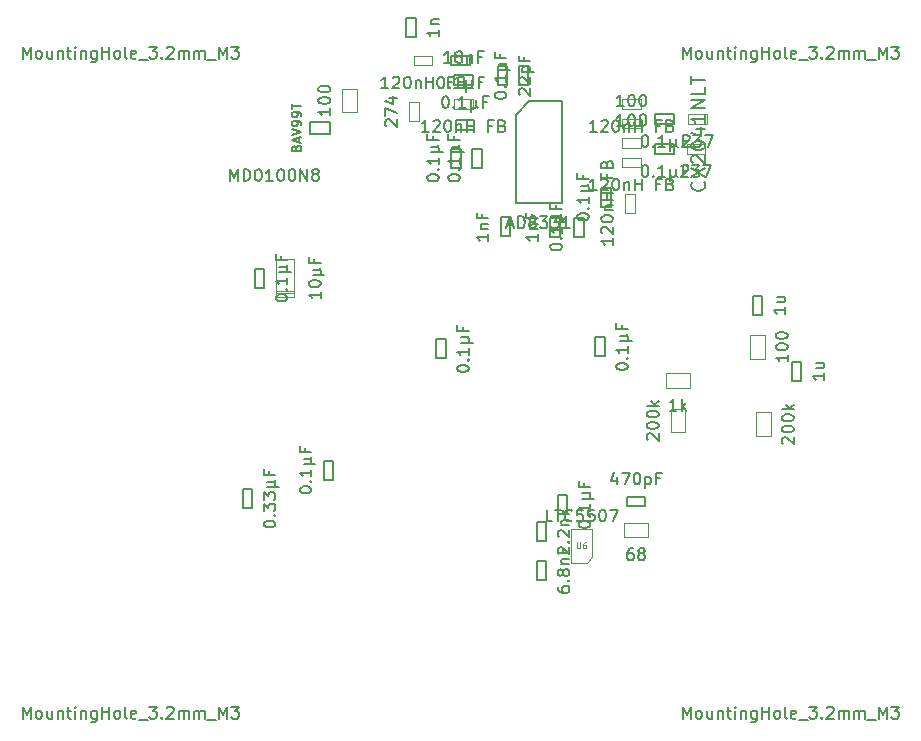
<source format=gbr>
G04 #@! TF.FileFunction,Other,Fab,Top*
%FSLAX46Y46*%
G04 Gerber Fmt 4.6, Leading zero omitted, Abs format (unit mm)*
G04 Created by KiCad (PCBNEW 4.0.6) date Friday, June 16, 2017 'PMt' 04:10:38 PM*
%MOMM*%
%LPD*%
G01*
G04 APERTURE LIST*
%ADD10C,0.100000*%
%ADD11C,0.150000*%
%ADD12C,0.120000*%
%ADD13C,0.075000*%
G04 APERTURE END LIST*
D10*
X136032000Y-61804000D02*
X137282000Y-61804000D01*
X136032000Y-63804000D02*
X136032000Y-61804000D01*
X137282000Y-63804000D02*
X136032000Y-63804000D01*
X137282000Y-61804000D02*
X137282000Y-63804000D01*
D11*
X142259000Y-57442000D02*
X141459000Y-57442000D01*
X142259000Y-55842000D02*
X142259000Y-57442000D01*
X141459000Y-55842000D02*
X142259000Y-55842000D01*
X141459000Y-57442000D02*
X141459000Y-55842000D01*
X134962000Y-64661000D02*
X134962000Y-65641000D01*
X134962000Y-65641000D02*
X133262000Y-65641000D01*
X133262000Y-65641000D02*
X133262000Y-64661000D01*
X133262000Y-64661000D02*
X134962000Y-64661000D01*
X129432000Y-78651000D02*
X128632000Y-78651000D01*
X129432000Y-77051000D02*
X129432000Y-78651000D01*
X128632000Y-77051000D02*
X129432000Y-77051000D01*
X128632000Y-78651000D02*
X128632000Y-77051000D01*
X128416000Y-97320000D02*
X127616000Y-97320000D01*
X128416000Y-95720000D02*
X128416000Y-97320000D01*
X127616000Y-95720000D02*
X128416000Y-95720000D01*
X127616000Y-97320000D02*
X127616000Y-95720000D01*
X134474000Y-93307000D02*
X135274000Y-93307000D01*
X134474000Y-94907000D02*
X134474000Y-93307000D01*
X135274000Y-94907000D02*
X134474000Y-94907000D01*
X135274000Y-93307000D02*
X135274000Y-94907000D01*
X144799000Y-84632000D02*
X143999000Y-84632000D01*
X144799000Y-83032000D02*
X144799000Y-84632000D01*
X143999000Y-83032000D02*
X144799000Y-83032000D01*
X143999000Y-84632000D02*
X143999000Y-83032000D01*
X158261000Y-84481000D02*
X157461000Y-84481000D01*
X158261000Y-82881000D02*
X158261000Y-84481000D01*
X157461000Y-82881000D02*
X158261000Y-82881000D01*
X157461000Y-84481000D02*
X157461000Y-82881000D01*
X174898000Y-86525000D02*
X174098000Y-86525000D01*
X174898000Y-84925000D02*
X174898000Y-86525000D01*
X174098000Y-84925000D02*
X174898000Y-84925000D01*
X174098000Y-86525000D02*
X174098000Y-84925000D01*
X171596000Y-80937000D02*
X170796000Y-80937000D01*
X171596000Y-79337000D02*
X171596000Y-80937000D01*
X170796000Y-79337000D02*
X171596000Y-79337000D01*
X170796000Y-80937000D02*
X170796000Y-79337000D01*
X147231000Y-64497000D02*
X147231000Y-65297000D01*
X145631000Y-64497000D02*
X147231000Y-64497000D01*
X145631000Y-65297000D02*
X145631000Y-64497000D01*
X147231000Y-65297000D02*
X145631000Y-65297000D01*
X162534000Y-64789000D02*
X162534000Y-63989000D01*
X164134000Y-64789000D02*
X162534000Y-64789000D01*
X164134000Y-63989000D02*
X164134000Y-64789000D01*
X162534000Y-63989000D02*
X164134000Y-63989000D01*
X145269000Y-66891000D02*
X146069000Y-66891000D01*
X145269000Y-68491000D02*
X145269000Y-66891000D01*
X146069000Y-68491000D02*
X145269000Y-68491000D01*
X146069000Y-66891000D02*
X146069000Y-68491000D01*
X147047000Y-66891000D02*
X147847000Y-66891000D01*
X147047000Y-68491000D02*
X147047000Y-66891000D01*
X147847000Y-68491000D02*
X147047000Y-68491000D01*
X147847000Y-66891000D02*
X147847000Y-68491000D01*
X162534000Y-67329000D02*
X162534000Y-66529000D01*
X164134000Y-67329000D02*
X162534000Y-67329000D01*
X164134000Y-66529000D02*
X164134000Y-67329000D01*
X162534000Y-66529000D02*
X164134000Y-66529000D01*
X157969000Y-70193000D02*
X158769000Y-70193000D01*
X157969000Y-71793000D02*
X157969000Y-70193000D01*
X158769000Y-71793000D02*
X157969000Y-71793000D01*
X158769000Y-70193000D02*
X158769000Y-71793000D01*
X155683000Y-72745000D02*
X156483000Y-72745000D01*
X155683000Y-74345000D02*
X155683000Y-72745000D01*
X156483000Y-74345000D02*
X155683000Y-74345000D01*
X156483000Y-72745000D02*
X156483000Y-74345000D01*
X149460000Y-72721000D02*
X150260000Y-72721000D01*
X149460000Y-74321000D02*
X149460000Y-72721000D01*
X150260000Y-74321000D02*
X149460000Y-74321000D01*
X150260000Y-72721000D02*
X150260000Y-74321000D01*
X153651000Y-72733000D02*
X154451000Y-72733000D01*
X153651000Y-74333000D02*
X153651000Y-72733000D01*
X154451000Y-74333000D02*
X153651000Y-74333000D01*
X154451000Y-72733000D02*
X154451000Y-74333000D01*
X153308000Y-103404000D02*
X152508000Y-103404000D01*
X153308000Y-101804000D02*
X153308000Y-103404000D01*
X152508000Y-101804000D02*
X153308000Y-101804000D01*
X152508000Y-103404000D02*
X152508000Y-101804000D01*
X153308000Y-100114000D02*
X152508000Y-100114000D01*
X153308000Y-98514000D02*
X153308000Y-100114000D01*
X152508000Y-98514000D02*
X153308000Y-98514000D01*
X152508000Y-100114000D02*
X152508000Y-98514000D01*
X161709000Y-96374000D02*
X161709000Y-97174000D01*
X160109000Y-96374000D02*
X161709000Y-96374000D01*
X160109000Y-97174000D02*
X160109000Y-96374000D01*
X161709000Y-97174000D02*
X160109000Y-97174000D01*
X155086000Y-97840000D02*
X154286000Y-97840000D01*
X155086000Y-96240000D02*
X155086000Y-97840000D01*
X154286000Y-96240000D02*
X155086000Y-96240000D01*
X154286000Y-97840000D02*
X154286000Y-96240000D01*
X147104000Y-60687000D02*
X147104000Y-61487000D01*
X145504000Y-60687000D02*
X147104000Y-60687000D01*
X145504000Y-61487000D02*
X145504000Y-60687000D01*
X147104000Y-61487000D02*
X145504000Y-61487000D01*
X145250000Y-59836000D02*
X145250000Y-59036000D01*
X146850000Y-59836000D02*
X145250000Y-59836000D01*
X146850000Y-59036000D02*
X146850000Y-59836000D01*
X145250000Y-59036000D02*
X146850000Y-59036000D01*
X150984000Y-59906000D02*
X151784000Y-59906000D01*
X150984000Y-61506000D02*
X150984000Y-59906000D01*
X151784000Y-61506000D02*
X150984000Y-61506000D01*
X151784000Y-59906000D02*
X151784000Y-61506000D01*
X150006000Y-61506000D02*
X149206000Y-61506000D01*
X150006000Y-59906000D02*
X150006000Y-61506000D01*
X149206000Y-59906000D02*
X150006000Y-59906000D01*
X149206000Y-61506000D02*
X149206000Y-59906000D01*
D10*
X142075000Y-59836000D02*
X142075000Y-59036000D01*
X143675000Y-59836000D02*
X142075000Y-59836000D01*
X143675000Y-59036000D02*
X143675000Y-59836000D01*
X142075000Y-59036000D02*
X143675000Y-59036000D01*
X145504000Y-63519000D02*
X145504000Y-62719000D01*
X147104000Y-63519000D02*
X145504000Y-63519000D01*
X147104000Y-62719000D02*
X147104000Y-63519000D01*
X145504000Y-62719000D02*
X147104000Y-62719000D01*
X159728000Y-63519000D02*
X159728000Y-62719000D01*
X161328000Y-63519000D02*
X159728000Y-63519000D01*
X161328000Y-62719000D02*
X161328000Y-63519000D01*
X159728000Y-62719000D02*
X161328000Y-62719000D01*
X159728000Y-68472000D02*
X159728000Y-67672000D01*
X161328000Y-68472000D02*
X159728000Y-68472000D01*
X161328000Y-67672000D02*
X161328000Y-68472000D01*
X159728000Y-67672000D02*
X161328000Y-67672000D01*
X160001000Y-70701000D02*
X160801000Y-70701000D01*
X160001000Y-72301000D02*
X160001000Y-70701000D01*
X160801000Y-72301000D02*
X160001000Y-72301000D01*
X160801000Y-70701000D02*
X160801000Y-72301000D01*
X163450038Y-87156340D02*
X163450038Y-85906340D01*
X165450038Y-87156340D02*
X163450038Y-87156340D01*
X165450038Y-85906340D02*
X165450038Y-87156340D01*
X163450038Y-85906340D02*
X165450038Y-85906340D01*
X163840000Y-88916000D02*
X165090000Y-88916000D01*
X163840000Y-90916000D02*
X163840000Y-88916000D01*
X165090000Y-90916000D02*
X163840000Y-90916000D01*
X165090000Y-88916000D02*
X165090000Y-90916000D01*
X171821000Y-84671340D02*
X170571000Y-84671340D01*
X171821000Y-82671340D02*
X171821000Y-84671340D01*
X170571000Y-82671340D02*
X171821000Y-82671340D01*
X170571000Y-84671340D02*
X170571000Y-82671340D01*
X165304000Y-64789000D02*
X165304000Y-63989000D01*
X166904000Y-64789000D02*
X165304000Y-64789000D01*
X166904000Y-63989000D02*
X166904000Y-64789000D01*
X165304000Y-63989000D02*
X166904000Y-63989000D01*
X172329000Y-91231000D02*
X171079000Y-91231000D01*
X172329000Y-89231000D02*
X172329000Y-91231000D01*
X171079000Y-89231000D02*
X172329000Y-89231000D01*
X171079000Y-91231000D02*
X171079000Y-89231000D01*
X161328000Y-64370000D02*
X161328000Y-65170000D01*
X159728000Y-64370000D02*
X161328000Y-64370000D01*
X159728000Y-65170000D02*
X159728000Y-64370000D01*
X161328000Y-65170000D02*
X159728000Y-65170000D01*
X161340000Y-66021000D02*
X161340000Y-66821000D01*
X159740000Y-66021000D02*
X161340000Y-66021000D01*
X159740000Y-66821000D02*
X159740000Y-66021000D01*
X161340000Y-66821000D02*
X159740000Y-66821000D01*
X165189000Y-67329000D02*
X165189000Y-66529000D01*
X166789000Y-67329000D02*
X165189000Y-67329000D01*
X166789000Y-66529000D02*
X166789000Y-67329000D01*
X165189000Y-66529000D02*
X166789000Y-66529000D01*
X159909000Y-99812000D02*
X159909000Y-98562000D01*
X161909000Y-99812000D02*
X159909000Y-99812000D01*
X161909000Y-98562000D02*
X161909000Y-99812000D01*
X159909000Y-98562000D02*
X161909000Y-98562000D01*
X141713000Y-62954000D02*
X142513000Y-62954000D01*
X141713000Y-64554000D02*
X141713000Y-62954000D01*
X142513000Y-64554000D02*
X141713000Y-64554000D01*
X142513000Y-62954000D02*
X142513000Y-64554000D01*
X157177000Y-101505124D02*
X156727000Y-101955124D01*
X155417000Y-101955124D02*
X156727000Y-101955124D01*
X157177000Y-101505124D02*
X157177000Y-99055124D01*
X155417000Y-99055124D02*
X157177000Y-99055124D01*
X155417000Y-101955124D02*
X155417000Y-99055124D01*
D12*
X152014000Y-62883000D02*
X152014000Y-62883000D01*
D11*
X151824000Y-62883000D02*
X152014000Y-62883000D01*
X150704000Y-64003000D02*
X151824000Y-62883000D01*
X154604000Y-71483000D02*
X154604000Y-62883000D01*
X152019000Y-62883000D02*
X154604000Y-62883000D01*
X150704000Y-71483000D02*
X150704000Y-64008000D01*
X150704000Y-71483000D02*
X154604000Y-71483000D01*
D10*
X130391000Y-79451000D02*
X131991000Y-79451000D01*
X131991000Y-79451000D02*
X131991000Y-76251000D01*
X131991000Y-76251000D02*
X130391000Y-76251000D01*
X130391000Y-76251000D02*
X130391000Y-79451000D01*
X130391000Y-79131000D02*
X131991000Y-79131000D01*
X130391000Y-78971000D02*
X131991000Y-78971000D01*
D11*
X108990952Y-115142381D02*
X108990952Y-114142381D01*
X109324286Y-114856667D01*
X109657619Y-114142381D01*
X109657619Y-115142381D01*
X110276666Y-115142381D02*
X110181428Y-115094762D01*
X110133809Y-115047143D01*
X110086190Y-114951905D01*
X110086190Y-114666190D01*
X110133809Y-114570952D01*
X110181428Y-114523333D01*
X110276666Y-114475714D01*
X110419524Y-114475714D01*
X110514762Y-114523333D01*
X110562381Y-114570952D01*
X110610000Y-114666190D01*
X110610000Y-114951905D01*
X110562381Y-115047143D01*
X110514762Y-115094762D01*
X110419524Y-115142381D01*
X110276666Y-115142381D01*
X111467143Y-114475714D02*
X111467143Y-115142381D01*
X111038571Y-114475714D02*
X111038571Y-114999524D01*
X111086190Y-115094762D01*
X111181428Y-115142381D01*
X111324286Y-115142381D01*
X111419524Y-115094762D01*
X111467143Y-115047143D01*
X111943333Y-114475714D02*
X111943333Y-115142381D01*
X111943333Y-114570952D02*
X111990952Y-114523333D01*
X112086190Y-114475714D01*
X112229048Y-114475714D01*
X112324286Y-114523333D01*
X112371905Y-114618571D01*
X112371905Y-115142381D01*
X112705238Y-114475714D02*
X113086190Y-114475714D01*
X112848095Y-114142381D02*
X112848095Y-114999524D01*
X112895714Y-115094762D01*
X112990952Y-115142381D01*
X113086190Y-115142381D01*
X113419524Y-115142381D02*
X113419524Y-114475714D01*
X113419524Y-114142381D02*
X113371905Y-114190000D01*
X113419524Y-114237619D01*
X113467143Y-114190000D01*
X113419524Y-114142381D01*
X113419524Y-114237619D01*
X113895714Y-114475714D02*
X113895714Y-115142381D01*
X113895714Y-114570952D02*
X113943333Y-114523333D01*
X114038571Y-114475714D01*
X114181429Y-114475714D01*
X114276667Y-114523333D01*
X114324286Y-114618571D01*
X114324286Y-115142381D01*
X115229048Y-114475714D02*
X115229048Y-115285238D01*
X115181429Y-115380476D01*
X115133810Y-115428095D01*
X115038571Y-115475714D01*
X114895714Y-115475714D01*
X114800476Y-115428095D01*
X115229048Y-115094762D02*
X115133810Y-115142381D01*
X114943333Y-115142381D01*
X114848095Y-115094762D01*
X114800476Y-115047143D01*
X114752857Y-114951905D01*
X114752857Y-114666190D01*
X114800476Y-114570952D01*
X114848095Y-114523333D01*
X114943333Y-114475714D01*
X115133810Y-114475714D01*
X115229048Y-114523333D01*
X115705238Y-115142381D02*
X115705238Y-114142381D01*
X115705238Y-114618571D02*
X116276667Y-114618571D01*
X116276667Y-115142381D02*
X116276667Y-114142381D01*
X116895714Y-115142381D02*
X116800476Y-115094762D01*
X116752857Y-115047143D01*
X116705238Y-114951905D01*
X116705238Y-114666190D01*
X116752857Y-114570952D01*
X116800476Y-114523333D01*
X116895714Y-114475714D01*
X117038572Y-114475714D01*
X117133810Y-114523333D01*
X117181429Y-114570952D01*
X117229048Y-114666190D01*
X117229048Y-114951905D01*
X117181429Y-115047143D01*
X117133810Y-115094762D01*
X117038572Y-115142381D01*
X116895714Y-115142381D01*
X117800476Y-115142381D02*
X117705238Y-115094762D01*
X117657619Y-114999524D01*
X117657619Y-114142381D01*
X118562382Y-115094762D02*
X118467144Y-115142381D01*
X118276667Y-115142381D01*
X118181429Y-115094762D01*
X118133810Y-114999524D01*
X118133810Y-114618571D01*
X118181429Y-114523333D01*
X118276667Y-114475714D01*
X118467144Y-114475714D01*
X118562382Y-114523333D01*
X118610001Y-114618571D01*
X118610001Y-114713810D01*
X118133810Y-114809048D01*
X118800477Y-115237619D02*
X119562382Y-115237619D01*
X119705239Y-114142381D02*
X120324287Y-114142381D01*
X119990953Y-114523333D01*
X120133811Y-114523333D01*
X120229049Y-114570952D01*
X120276668Y-114618571D01*
X120324287Y-114713810D01*
X120324287Y-114951905D01*
X120276668Y-115047143D01*
X120229049Y-115094762D01*
X120133811Y-115142381D01*
X119848096Y-115142381D01*
X119752858Y-115094762D01*
X119705239Y-115047143D01*
X120752858Y-115047143D02*
X120800477Y-115094762D01*
X120752858Y-115142381D01*
X120705239Y-115094762D01*
X120752858Y-115047143D01*
X120752858Y-115142381D01*
X121181429Y-114237619D02*
X121229048Y-114190000D01*
X121324286Y-114142381D01*
X121562382Y-114142381D01*
X121657620Y-114190000D01*
X121705239Y-114237619D01*
X121752858Y-114332857D01*
X121752858Y-114428095D01*
X121705239Y-114570952D01*
X121133810Y-115142381D01*
X121752858Y-115142381D01*
X122181429Y-115142381D02*
X122181429Y-114475714D01*
X122181429Y-114570952D02*
X122229048Y-114523333D01*
X122324286Y-114475714D01*
X122467144Y-114475714D01*
X122562382Y-114523333D01*
X122610001Y-114618571D01*
X122610001Y-115142381D01*
X122610001Y-114618571D02*
X122657620Y-114523333D01*
X122752858Y-114475714D01*
X122895715Y-114475714D01*
X122990953Y-114523333D01*
X123038572Y-114618571D01*
X123038572Y-115142381D01*
X123514762Y-115142381D02*
X123514762Y-114475714D01*
X123514762Y-114570952D02*
X123562381Y-114523333D01*
X123657619Y-114475714D01*
X123800477Y-114475714D01*
X123895715Y-114523333D01*
X123943334Y-114618571D01*
X123943334Y-115142381D01*
X123943334Y-114618571D02*
X123990953Y-114523333D01*
X124086191Y-114475714D01*
X124229048Y-114475714D01*
X124324286Y-114523333D01*
X124371905Y-114618571D01*
X124371905Y-115142381D01*
X124610000Y-115237619D02*
X125371905Y-115237619D01*
X125610000Y-115142381D02*
X125610000Y-114142381D01*
X125943334Y-114856667D01*
X126276667Y-114142381D01*
X126276667Y-115142381D01*
X126657619Y-114142381D02*
X127276667Y-114142381D01*
X126943333Y-114523333D01*
X127086191Y-114523333D01*
X127181429Y-114570952D01*
X127229048Y-114618571D01*
X127276667Y-114713810D01*
X127276667Y-114951905D01*
X127229048Y-115047143D01*
X127181429Y-115094762D01*
X127086191Y-115142381D01*
X126800476Y-115142381D01*
X126705238Y-115094762D01*
X126657619Y-115047143D01*
X164870952Y-115142381D02*
X164870952Y-114142381D01*
X165204286Y-114856667D01*
X165537619Y-114142381D01*
X165537619Y-115142381D01*
X166156666Y-115142381D02*
X166061428Y-115094762D01*
X166013809Y-115047143D01*
X165966190Y-114951905D01*
X165966190Y-114666190D01*
X166013809Y-114570952D01*
X166061428Y-114523333D01*
X166156666Y-114475714D01*
X166299524Y-114475714D01*
X166394762Y-114523333D01*
X166442381Y-114570952D01*
X166490000Y-114666190D01*
X166490000Y-114951905D01*
X166442381Y-115047143D01*
X166394762Y-115094762D01*
X166299524Y-115142381D01*
X166156666Y-115142381D01*
X167347143Y-114475714D02*
X167347143Y-115142381D01*
X166918571Y-114475714D02*
X166918571Y-114999524D01*
X166966190Y-115094762D01*
X167061428Y-115142381D01*
X167204286Y-115142381D01*
X167299524Y-115094762D01*
X167347143Y-115047143D01*
X167823333Y-114475714D02*
X167823333Y-115142381D01*
X167823333Y-114570952D02*
X167870952Y-114523333D01*
X167966190Y-114475714D01*
X168109048Y-114475714D01*
X168204286Y-114523333D01*
X168251905Y-114618571D01*
X168251905Y-115142381D01*
X168585238Y-114475714D02*
X168966190Y-114475714D01*
X168728095Y-114142381D02*
X168728095Y-114999524D01*
X168775714Y-115094762D01*
X168870952Y-115142381D01*
X168966190Y-115142381D01*
X169299524Y-115142381D02*
X169299524Y-114475714D01*
X169299524Y-114142381D02*
X169251905Y-114190000D01*
X169299524Y-114237619D01*
X169347143Y-114190000D01*
X169299524Y-114142381D01*
X169299524Y-114237619D01*
X169775714Y-114475714D02*
X169775714Y-115142381D01*
X169775714Y-114570952D02*
X169823333Y-114523333D01*
X169918571Y-114475714D01*
X170061429Y-114475714D01*
X170156667Y-114523333D01*
X170204286Y-114618571D01*
X170204286Y-115142381D01*
X171109048Y-114475714D02*
X171109048Y-115285238D01*
X171061429Y-115380476D01*
X171013810Y-115428095D01*
X170918571Y-115475714D01*
X170775714Y-115475714D01*
X170680476Y-115428095D01*
X171109048Y-115094762D02*
X171013810Y-115142381D01*
X170823333Y-115142381D01*
X170728095Y-115094762D01*
X170680476Y-115047143D01*
X170632857Y-114951905D01*
X170632857Y-114666190D01*
X170680476Y-114570952D01*
X170728095Y-114523333D01*
X170823333Y-114475714D01*
X171013810Y-114475714D01*
X171109048Y-114523333D01*
X171585238Y-115142381D02*
X171585238Y-114142381D01*
X171585238Y-114618571D02*
X172156667Y-114618571D01*
X172156667Y-115142381D02*
X172156667Y-114142381D01*
X172775714Y-115142381D02*
X172680476Y-115094762D01*
X172632857Y-115047143D01*
X172585238Y-114951905D01*
X172585238Y-114666190D01*
X172632857Y-114570952D01*
X172680476Y-114523333D01*
X172775714Y-114475714D01*
X172918572Y-114475714D01*
X173013810Y-114523333D01*
X173061429Y-114570952D01*
X173109048Y-114666190D01*
X173109048Y-114951905D01*
X173061429Y-115047143D01*
X173013810Y-115094762D01*
X172918572Y-115142381D01*
X172775714Y-115142381D01*
X173680476Y-115142381D02*
X173585238Y-115094762D01*
X173537619Y-114999524D01*
X173537619Y-114142381D01*
X174442382Y-115094762D02*
X174347144Y-115142381D01*
X174156667Y-115142381D01*
X174061429Y-115094762D01*
X174013810Y-114999524D01*
X174013810Y-114618571D01*
X174061429Y-114523333D01*
X174156667Y-114475714D01*
X174347144Y-114475714D01*
X174442382Y-114523333D01*
X174490001Y-114618571D01*
X174490001Y-114713810D01*
X174013810Y-114809048D01*
X174680477Y-115237619D02*
X175442382Y-115237619D01*
X175585239Y-114142381D02*
X176204287Y-114142381D01*
X175870953Y-114523333D01*
X176013811Y-114523333D01*
X176109049Y-114570952D01*
X176156668Y-114618571D01*
X176204287Y-114713810D01*
X176204287Y-114951905D01*
X176156668Y-115047143D01*
X176109049Y-115094762D01*
X176013811Y-115142381D01*
X175728096Y-115142381D01*
X175632858Y-115094762D01*
X175585239Y-115047143D01*
X176632858Y-115047143D02*
X176680477Y-115094762D01*
X176632858Y-115142381D01*
X176585239Y-115094762D01*
X176632858Y-115047143D01*
X176632858Y-115142381D01*
X177061429Y-114237619D02*
X177109048Y-114190000D01*
X177204286Y-114142381D01*
X177442382Y-114142381D01*
X177537620Y-114190000D01*
X177585239Y-114237619D01*
X177632858Y-114332857D01*
X177632858Y-114428095D01*
X177585239Y-114570952D01*
X177013810Y-115142381D01*
X177632858Y-115142381D01*
X178061429Y-115142381D02*
X178061429Y-114475714D01*
X178061429Y-114570952D02*
X178109048Y-114523333D01*
X178204286Y-114475714D01*
X178347144Y-114475714D01*
X178442382Y-114523333D01*
X178490001Y-114618571D01*
X178490001Y-115142381D01*
X178490001Y-114618571D02*
X178537620Y-114523333D01*
X178632858Y-114475714D01*
X178775715Y-114475714D01*
X178870953Y-114523333D01*
X178918572Y-114618571D01*
X178918572Y-115142381D01*
X179394762Y-115142381D02*
X179394762Y-114475714D01*
X179394762Y-114570952D02*
X179442381Y-114523333D01*
X179537619Y-114475714D01*
X179680477Y-114475714D01*
X179775715Y-114523333D01*
X179823334Y-114618571D01*
X179823334Y-115142381D01*
X179823334Y-114618571D02*
X179870953Y-114523333D01*
X179966191Y-114475714D01*
X180109048Y-114475714D01*
X180204286Y-114523333D01*
X180251905Y-114618571D01*
X180251905Y-115142381D01*
X180490000Y-115237619D02*
X181251905Y-115237619D01*
X181490000Y-115142381D02*
X181490000Y-114142381D01*
X181823334Y-114856667D01*
X182156667Y-114142381D01*
X182156667Y-115142381D01*
X182537619Y-114142381D02*
X183156667Y-114142381D01*
X182823333Y-114523333D01*
X182966191Y-114523333D01*
X183061429Y-114570952D01*
X183109048Y-114618571D01*
X183156667Y-114713810D01*
X183156667Y-114951905D01*
X183109048Y-115047143D01*
X183061429Y-115094762D01*
X182966191Y-115142381D01*
X182680476Y-115142381D01*
X182585238Y-115094762D01*
X182537619Y-115047143D01*
X164870952Y-59262381D02*
X164870952Y-58262381D01*
X165204286Y-58976667D01*
X165537619Y-58262381D01*
X165537619Y-59262381D01*
X166156666Y-59262381D02*
X166061428Y-59214762D01*
X166013809Y-59167143D01*
X165966190Y-59071905D01*
X165966190Y-58786190D01*
X166013809Y-58690952D01*
X166061428Y-58643333D01*
X166156666Y-58595714D01*
X166299524Y-58595714D01*
X166394762Y-58643333D01*
X166442381Y-58690952D01*
X166490000Y-58786190D01*
X166490000Y-59071905D01*
X166442381Y-59167143D01*
X166394762Y-59214762D01*
X166299524Y-59262381D01*
X166156666Y-59262381D01*
X167347143Y-58595714D02*
X167347143Y-59262381D01*
X166918571Y-58595714D02*
X166918571Y-59119524D01*
X166966190Y-59214762D01*
X167061428Y-59262381D01*
X167204286Y-59262381D01*
X167299524Y-59214762D01*
X167347143Y-59167143D01*
X167823333Y-58595714D02*
X167823333Y-59262381D01*
X167823333Y-58690952D02*
X167870952Y-58643333D01*
X167966190Y-58595714D01*
X168109048Y-58595714D01*
X168204286Y-58643333D01*
X168251905Y-58738571D01*
X168251905Y-59262381D01*
X168585238Y-58595714D02*
X168966190Y-58595714D01*
X168728095Y-58262381D02*
X168728095Y-59119524D01*
X168775714Y-59214762D01*
X168870952Y-59262381D01*
X168966190Y-59262381D01*
X169299524Y-59262381D02*
X169299524Y-58595714D01*
X169299524Y-58262381D02*
X169251905Y-58310000D01*
X169299524Y-58357619D01*
X169347143Y-58310000D01*
X169299524Y-58262381D01*
X169299524Y-58357619D01*
X169775714Y-58595714D02*
X169775714Y-59262381D01*
X169775714Y-58690952D02*
X169823333Y-58643333D01*
X169918571Y-58595714D01*
X170061429Y-58595714D01*
X170156667Y-58643333D01*
X170204286Y-58738571D01*
X170204286Y-59262381D01*
X171109048Y-58595714D02*
X171109048Y-59405238D01*
X171061429Y-59500476D01*
X171013810Y-59548095D01*
X170918571Y-59595714D01*
X170775714Y-59595714D01*
X170680476Y-59548095D01*
X171109048Y-59214762D02*
X171013810Y-59262381D01*
X170823333Y-59262381D01*
X170728095Y-59214762D01*
X170680476Y-59167143D01*
X170632857Y-59071905D01*
X170632857Y-58786190D01*
X170680476Y-58690952D01*
X170728095Y-58643333D01*
X170823333Y-58595714D01*
X171013810Y-58595714D01*
X171109048Y-58643333D01*
X171585238Y-59262381D02*
X171585238Y-58262381D01*
X171585238Y-58738571D02*
X172156667Y-58738571D01*
X172156667Y-59262381D02*
X172156667Y-58262381D01*
X172775714Y-59262381D02*
X172680476Y-59214762D01*
X172632857Y-59167143D01*
X172585238Y-59071905D01*
X172585238Y-58786190D01*
X172632857Y-58690952D01*
X172680476Y-58643333D01*
X172775714Y-58595714D01*
X172918572Y-58595714D01*
X173013810Y-58643333D01*
X173061429Y-58690952D01*
X173109048Y-58786190D01*
X173109048Y-59071905D01*
X173061429Y-59167143D01*
X173013810Y-59214762D01*
X172918572Y-59262381D01*
X172775714Y-59262381D01*
X173680476Y-59262381D02*
X173585238Y-59214762D01*
X173537619Y-59119524D01*
X173537619Y-58262381D01*
X174442382Y-59214762D02*
X174347144Y-59262381D01*
X174156667Y-59262381D01*
X174061429Y-59214762D01*
X174013810Y-59119524D01*
X174013810Y-58738571D01*
X174061429Y-58643333D01*
X174156667Y-58595714D01*
X174347144Y-58595714D01*
X174442382Y-58643333D01*
X174490001Y-58738571D01*
X174490001Y-58833810D01*
X174013810Y-58929048D01*
X174680477Y-59357619D02*
X175442382Y-59357619D01*
X175585239Y-58262381D02*
X176204287Y-58262381D01*
X175870953Y-58643333D01*
X176013811Y-58643333D01*
X176109049Y-58690952D01*
X176156668Y-58738571D01*
X176204287Y-58833810D01*
X176204287Y-59071905D01*
X176156668Y-59167143D01*
X176109049Y-59214762D01*
X176013811Y-59262381D01*
X175728096Y-59262381D01*
X175632858Y-59214762D01*
X175585239Y-59167143D01*
X176632858Y-59167143D02*
X176680477Y-59214762D01*
X176632858Y-59262381D01*
X176585239Y-59214762D01*
X176632858Y-59167143D01*
X176632858Y-59262381D01*
X177061429Y-58357619D02*
X177109048Y-58310000D01*
X177204286Y-58262381D01*
X177442382Y-58262381D01*
X177537620Y-58310000D01*
X177585239Y-58357619D01*
X177632858Y-58452857D01*
X177632858Y-58548095D01*
X177585239Y-58690952D01*
X177013810Y-59262381D01*
X177632858Y-59262381D01*
X178061429Y-59262381D02*
X178061429Y-58595714D01*
X178061429Y-58690952D02*
X178109048Y-58643333D01*
X178204286Y-58595714D01*
X178347144Y-58595714D01*
X178442382Y-58643333D01*
X178490001Y-58738571D01*
X178490001Y-59262381D01*
X178490001Y-58738571D02*
X178537620Y-58643333D01*
X178632858Y-58595714D01*
X178775715Y-58595714D01*
X178870953Y-58643333D01*
X178918572Y-58738571D01*
X178918572Y-59262381D01*
X179394762Y-59262381D02*
X179394762Y-58595714D01*
X179394762Y-58690952D02*
X179442381Y-58643333D01*
X179537619Y-58595714D01*
X179680477Y-58595714D01*
X179775715Y-58643333D01*
X179823334Y-58738571D01*
X179823334Y-59262381D01*
X179823334Y-58738571D02*
X179870953Y-58643333D01*
X179966191Y-58595714D01*
X180109048Y-58595714D01*
X180204286Y-58643333D01*
X180251905Y-58738571D01*
X180251905Y-59262381D01*
X180490000Y-59357619D02*
X181251905Y-59357619D01*
X181490000Y-59262381D02*
X181490000Y-58262381D01*
X181823334Y-58976667D01*
X182156667Y-58262381D01*
X182156667Y-59262381D01*
X182537619Y-58262381D02*
X183156667Y-58262381D01*
X182823333Y-58643333D01*
X182966191Y-58643333D01*
X183061429Y-58690952D01*
X183109048Y-58738571D01*
X183156667Y-58833810D01*
X183156667Y-59071905D01*
X183109048Y-59167143D01*
X183061429Y-59214762D01*
X182966191Y-59262381D01*
X182680476Y-59262381D01*
X182585238Y-59214762D01*
X182537619Y-59167143D01*
X135009381Y-63470666D02*
X135009381Y-64042095D01*
X135009381Y-63756381D02*
X134009381Y-63756381D01*
X134152238Y-63851619D01*
X134247476Y-63946857D01*
X134295095Y-64042095D01*
X134009381Y-62851619D02*
X134009381Y-62756380D01*
X134057000Y-62661142D01*
X134104619Y-62613523D01*
X134199857Y-62565904D01*
X134390333Y-62518285D01*
X134628429Y-62518285D01*
X134818905Y-62565904D01*
X134914143Y-62613523D01*
X134961762Y-62661142D01*
X135009381Y-62756380D01*
X135009381Y-62851619D01*
X134961762Y-62946857D01*
X134914143Y-62994476D01*
X134818905Y-63042095D01*
X134628429Y-63089714D01*
X134390333Y-63089714D01*
X134199857Y-63042095D01*
X134104619Y-62994476D01*
X134057000Y-62946857D01*
X134009381Y-62851619D01*
X134009381Y-61899238D02*
X134009381Y-61803999D01*
X134057000Y-61708761D01*
X134104619Y-61661142D01*
X134199857Y-61613523D01*
X134390333Y-61565904D01*
X134628429Y-61565904D01*
X134818905Y-61613523D01*
X134914143Y-61661142D01*
X134961762Y-61708761D01*
X135009381Y-61803999D01*
X135009381Y-61899238D01*
X134961762Y-61994476D01*
X134914143Y-62042095D01*
X134818905Y-62089714D01*
X134628429Y-62137333D01*
X134390333Y-62137333D01*
X134199857Y-62089714D01*
X134104619Y-62042095D01*
X134057000Y-61994476D01*
X134009381Y-61899238D01*
X144211381Y-56808666D02*
X144211381Y-57380095D01*
X144211381Y-57094381D02*
X143211381Y-57094381D01*
X143354238Y-57189619D01*
X143449476Y-57284857D01*
X143497095Y-57380095D01*
X143544714Y-56380095D02*
X144211381Y-56380095D01*
X143639952Y-56380095D02*
X143592333Y-56332476D01*
X143544714Y-56237238D01*
X143544714Y-56094380D01*
X143592333Y-55999142D01*
X143687571Y-55951523D01*
X144211381Y-55951523D01*
X126541045Y-69634361D02*
X126541045Y-68634361D01*
X126874379Y-69348647D01*
X127207712Y-68634361D01*
X127207712Y-69634361D01*
X127683902Y-69634361D02*
X127683902Y-68634361D01*
X127921997Y-68634361D01*
X128064855Y-68681980D01*
X128160093Y-68777218D01*
X128207712Y-68872456D01*
X128255331Y-69062932D01*
X128255331Y-69205790D01*
X128207712Y-69396266D01*
X128160093Y-69491504D01*
X128064855Y-69586742D01*
X127921997Y-69634361D01*
X127683902Y-69634361D01*
X128874378Y-68634361D02*
X128969617Y-68634361D01*
X129064855Y-68681980D01*
X129112474Y-68729599D01*
X129160093Y-68824837D01*
X129207712Y-69015313D01*
X129207712Y-69253409D01*
X129160093Y-69443885D01*
X129112474Y-69539123D01*
X129064855Y-69586742D01*
X128969617Y-69634361D01*
X128874378Y-69634361D01*
X128779140Y-69586742D01*
X128731521Y-69539123D01*
X128683902Y-69443885D01*
X128636283Y-69253409D01*
X128636283Y-69015313D01*
X128683902Y-68824837D01*
X128731521Y-68729599D01*
X128779140Y-68681980D01*
X128874378Y-68634361D01*
X130160093Y-69634361D02*
X129588664Y-69634361D01*
X129874378Y-69634361D02*
X129874378Y-68634361D01*
X129779140Y-68777218D01*
X129683902Y-68872456D01*
X129588664Y-68920075D01*
X130779140Y-68634361D02*
X130874379Y-68634361D01*
X130969617Y-68681980D01*
X131017236Y-68729599D01*
X131064855Y-68824837D01*
X131112474Y-69015313D01*
X131112474Y-69253409D01*
X131064855Y-69443885D01*
X131017236Y-69539123D01*
X130969617Y-69586742D01*
X130874379Y-69634361D01*
X130779140Y-69634361D01*
X130683902Y-69586742D01*
X130636283Y-69539123D01*
X130588664Y-69443885D01*
X130541045Y-69253409D01*
X130541045Y-69015313D01*
X130588664Y-68824837D01*
X130636283Y-68729599D01*
X130683902Y-68681980D01*
X130779140Y-68634361D01*
X131731521Y-68634361D02*
X131826760Y-68634361D01*
X131921998Y-68681980D01*
X131969617Y-68729599D01*
X132017236Y-68824837D01*
X132064855Y-69015313D01*
X132064855Y-69253409D01*
X132017236Y-69443885D01*
X131969617Y-69539123D01*
X131921998Y-69586742D01*
X131826760Y-69634361D01*
X131731521Y-69634361D01*
X131636283Y-69586742D01*
X131588664Y-69539123D01*
X131541045Y-69443885D01*
X131493426Y-69253409D01*
X131493426Y-69015313D01*
X131541045Y-68824837D01*
X131588664Y-68729599D01*
X131636283Y-68681980D01*
X131731521Y-68634361D01*
X132493426Y-69634361D02*
X132493426Y-68634361D01*
X133064855Y-69634361D01*
X133064855Y-68634361D01*
X133683902Y-69062932D02*
X133588664Y-69015313D01*
X133541045Y-68967694D01*
X133493426Y-68872456D01*
X133493426Y-68824837D01*
X133541045Y-68729599D01*
X133588664Y-68681980D01*
X133683902Y-68634361D01*
X133874379Y-68634361D01*
X133969617Y-68681980D01*
X134017236Y-68729599D01*
X134064855Y-68824837D01*
X134064855Y-68872456D01*
X134017236Y-68967694D01*
X133969617Y-69015313D01*
X133874379Y-69062932D01*
X133683902Y-69062932D01*
X133588664Y-69110551D01*
X133541045Y-69158170D01*
X133493426Y-69253409D01*
X133493426Y-69443885D01*
X133541045Y-69539123D01*
X133588664Y-69586742D01*
X133683902Y-69634361D01*
X133874379Y-69634361D01*
X133969617Y-69586742D01*
X134017236Y-69539123D01*
X134064855Y-69443885D01*
X134064855Y-69253409D01*
X134017236Y-69158170D01*
X133969617Y-69110551D01*
X133874379Y-69062932D01*
X132149857Y-66846238D02*
X132187952Y-66731952D01*
X132226048Y-66693857D01*
X132302238Y-66655762D01*
X132416524Y-66655762D01*
X132492714Y-66693857D01*
X132530810Y-66731952D01*
X132568905Y-66808143D01*
X132568905Y-67112905D01*
X131768905Y-67112905D01*
X131768905Y-66846238D01*
X131807000Y-66770048D01*
X131845095Y-66731952D01*
X131921286Y-66693857D01*
X131997476Y-66693857D01*
X132073667Y-66731952D01*
X132111762Y-66770048D01*
X132149857Y-66846238D01*
X132149857Y-67112905D01*
X132340333Y-66351000D02*
X132340333Y-65970048D01*
X132568905Y-66427191D02*
X131768905Y-66160524D01*
X132568905Y-65893857D01*
X131768905Y-65741477D02*
X132568905Y-65474810D01*
X131768905Y-65208143D01*
X132568905Y-64903382D02*
X132568905Y-64751001D01*
X132530810Y-64674810D01*
X132492714Y-64636715D01*
X132378429Y-64560524D01*
X132226048Y-64522429D01*
X131921286Y-64522429D01*
X131845095Y-64560524D01*
X131807000Y-64598620D01*
X131768905Y-64674810D01*
X131768905Y-64827191D01*
X131807000Y-64903382D01*
X131845095Y-64941477D01*
X131921286Y-64979572D01*
X132111762Y-64979572D01*
X132187952Y-64941477D01*
X132226048Y-64903382D01*
X132264143Y-64827191D01*
X132264143Y-64674810D01*
X132226048Y-64598620D01*
X132187952Y-64560524D01*
X132111762Y-64522429D01*
X132568905Y-64141477D02*
X132568905Y-63989096D01*
X132530810Y-63912905D01*
X132492714Y-63874810D01*
X132378429Y-63798619D01*
X132226048Y-63760524D01*
X131921286Y-63760524D01*
X131845095Y-63798619D01*
X131807000Y-63836715D01*
X131768905Y-63912905D01*
X131768905Y-64065286D01*
X131807000Y-64141477D01*
X131845095Y-64179572D01*
X131921286Y-64217667D01*
X132111762Y-64217667D01*
X132187952Y-64179572D01*
X132226048Y-64141477D01*
X132264143Y-64065286D01*
X132264143Y-63912905D01*
X132226048Y-63836715D01*
X132187952Y-63798619D01*
X132111762Y-63760524D01*
X131768905Y-63531953D02*
X131768905Y-63074810D01*
X132568905Y-63303381D02*
X131768905Y-63303381D01*
X130384381Y-79565286D02*
X130384381Y-79470047D01*
X130432000Y-79374809D01*
X130479619Y-79327190D01*
X130574857Y-79279571D01*
X130765333Y-79231952D01*
X131003429Y-79231952D01*
X131193905Y-79279571D01*
X131289143Y-79327190D01*
X131336762Y-79374809D01*
X131384381Y-79470047D01*
X131384381Y-79565286D01*
X131336762Y-79660524D01*
X131289143Y-79708143D01*
X131193905Y-79755762D01*
X131003429Y-79803381D01*
X130765333Y-79803381D01*
X130574857Y-79755762D01*
X130479619Y-79708143D01*
X130432000Y-79660524D01*
X130384381Y-79565286D01*
X131289143Y-78803381D02*
X131336762Y-78755762D01*
X131384381Y-78803381D01*
X131336762Y-78851000D01*
X131289143Y-78803381D01*
X131384381Y-78803381D01*
X131384381Y-77803381D02*
X131384381Y-78374810D01*
X131384381Y-78089096D02*
X130384381Y-78089096D01*
X130527238Y-78184334D01*
X130622476Y-78279572D01*
X130670095Y-78374810D01*
X130717714Y-77374810D02*
X131717714Y-77374810D01*
X131241524Y-76898619D02*
X131336762Y-76851000D01*
X131384381Y-76755762D01*
X131241524Y-77374810D02*
X131336762Y-77327191D01*
X131384381Y-77231953D01*
X131384381Y-77041476D01*
X131336762Y-76946238D01*
X131241524Y-76898619D01*
X130717714Y-76898619D01*
X130860571Y-75993857D02*
X130860571Y-76327191D01*
X131384381Y-76327191D02*
X130384381Y-76327191D01*
X130384381Y-75851000D01*
X129368381Y-98710476D02*
X129368381Y-98615237D01*
X129416000Y-98519999D01*
X129463619Y-98472380D01*
X129558857Y-98424761D01*
X129749333Y-98377142D01*
X129987429Y-98377142D01*
X130177905Y-98424761D01*
X130273143Y-98472380D01*
X130320762Y-98519999D01*
X130368381Y-98615237D01*
X130368381Y-98710476D01*
X130320762Y-98805714D01*
X130273143Y-98853333D01*
X130177905Y-98900952D01*
X129987429Y-98948571D01*
X129749333Y-98948571D01*
X129558857Y-98900952D01*
X129463619Y-98853333D01*
X129416000Y-98805714D01*
X129368381Y-98710476D01*
X130273143Y-97948571D02*
X130320762Y-97900952D01*
X130368381Y-97948571D01*
X130320762Y-97996190D01*
X130273143Y-97948571D01*
X130368381Y-97948571D01*
X129368381Y-97567619D02*
X129368381Y-96948571D01*
X129749333Y-97281905D01*
X129749333Y-97139047D01*
X129796952Y-97043809D01*
X129844571Y-96996190D01*
X129939810Y-96948571D01*
X130177905Y-96948571D01*
X130273143Y-96996190D01*
X130320762Y-97043809D01*
X130368381Y-97139047D01*
X130368381Y-97424762D01*
X130320762Y-97520000D01*
X130273143Y-97567619D01*
X129368381Y-96615238D02*
X129368381Y-95996190D01*
X129749333Y-96329524D01*
X129749333Y-96186666D01*
X129796952Y-96091428D01*
X129844571Y-96043809D01*
X129939810Y-95996190D01*
X130177905Y-95996190D01*
X130273143Y-96043809D01*
X130320762Y-96091428D01*
X130368381Y-96186666D01*
X130368381Y-96472381D01*
X130320762Y-96567619D01*
X130273143Y-96615238D01*
X129701714Y-95567619D02*
X130701714Y-95567619D01*
X130225524Y-95091428D02*
X130320762Y-95043809D01*
X130368381Y-94948571D01*
X130225524Y-95567619D02*
X130320762Y-95520000D01*
X130368381Y-95424762D01*
X130368381Y-95234285D01*
X130320762Y-95139047D01*
X130225524Y-95091428D01*
X129701714Y-95091428D01*
X129844571Y-94186666D02*
X129844571Y-94520000D01*
X130368381Y-94520000D02*
X129368381Y-94520000D01*
X129368381Y-94043809D01*
X132426381Y-95821286D02*
X132426381Y-95726047D01*
X132474000Y-95630809D01*
X132521619Y-95583190D01*
X132616857Y-95535571D01*
X132807333Y-95487952D01*
X133045429Y-95487952D01*
X133235905Y-95535571D01*
X133331143Y-95583190D01*
X133378762Y-95630809D01*
X133426381Y-95726047D01*
X133426381Y-95821286D01*
X133378762Y-95916524D01*
X133331143Y-95964143D01*
X133235905Y-96011762D01*
X133045429Y-96059381D01*
X132807333Y-96059381D01*
X132616857Y-96011762D01*
X132521619Y-95964143D01*
X132474000Y-95916524D01*
X132426381Y-95821286D01*
X133331143Y-95059381D02*
X133378762Y-95011762D01*
X133426381Y-95059381D01*
X133378762Y-95107000D01*
X133331143Y-95059381D01*
X133426381Y-95059381D01*
X133426381Y-94059381D02*
X133426381Y-94630810D01*
X133426381Y-94345096D02*
X132426381Y-94345096D01*
X132569238Y-94440334D01*
X132664476Y-94535572D01*
X132712095Y-94630810D01*
X132759714Y-93630810D02*
X133759714Y-93630810D01*
X133283524Y-93154619D02*
X133378762Y-93107000D01*
X133426381Y-93011762D01*
X133283524Y-93630810D02*
X133378762Y-93583191D01*
X133426381Y-93487953D01*
X133426381Y-93297476D01*
X133378762Y-93202238D01*
X133283524Y-93154619D01*
X132759714Y-93154619D01*
X132902571Y-92249857D02*
X132902571Y-92583191D01*
X133426381Y-92583191D02*
X132426381Y-92583191D01*
X132426381Y-92107000D01*
X145751381Y-85546286D02*
X145751381Y-85451047D01*
X145799000Y-85355809D01*
X145846619Y-85308190D01*
X145941857Y-85260571D01*
X146132333Y-85212952D01*
X146370429Y-85212952D01*
X146560905Y-85260571D01*
X146656143Y-85308190D01*
X146703762Y-85355809D01*
X146751381Y-85451047D01*
X146751381Y-85546286D01*
X146703762Y-85641524D01*
X146656143Y-85689143D01*
X146560905Y-85736762D01*
X146370429Y-85784381D01*
X146132333Y-85784381D01*
X145941857Y-85736762D01*
X145846619Y-85689143D01*
X145799000Y-85641524D01*
X145751381Y-85546286D01*
X146656143Y-84784381D02*
X146703762Y-84736762D01*
X146751381Y-84784381D01*
X146703762Y-84832000D01*
X146656143Y-84784381D01*
X146751381Y-84784381D01*
X146751381Y-83784381D02*
X146751381Y-84355810D01*
X146751381Y-84070096D02*
X145751381Y-84070096D01*
X145894238Y-84165334D01*
X145989476Y-84260572D01*
X146037095Y-84355810D01*
X146084714Y-83355810D02*
X147084714Y-83355810D01*
X146608524Y-82879619D02*
X146703762Y-82832000D01*
X146751381Y-82736762D01*
X146608524Y-83355810D02*
X146703762Y-83308191D01*
X146751381Y-83212953D01*
X146751381Y-83022476D01*
X146703762Y-82927238D01*
X146608524Y-82879619D01*
X146084714Y-82879619D01*
X146227571Y-81974857D02*
X146227571Y-82308191D01*
X146751381Y-82308191D02*
X145751381Y-82308191D01*
X145751381Y-81832000D01*
X159213381Y-85395286D02*
X159213381Y-85300047D01*
X159261000Y-85204809D01*
X159308619Y-85157190D01*
X159403857Y-85109571D01*
X159594333Y-85061952D01*
X159832429Y-85061952D01*
X160022905Y-85109571D01*
X160118143Y-85157190D01*
X160165762Y-85204809D01*
X160213381Y-85300047D01*
X160213381Y-85395286D01*
X160165762Y-85490524D01*
X160118143Y-85538143D01*
X160022905Y-85585762D01*
X159832429Y-85633381D01*
X159594333Y-85633381D01*
X159403857Y-85585762D01*
X159308619Y-85538143D01*
X159261000Y-85490524D01*
X159213381Y-85395286D01*
X160118143Y-84633381D02*
X160165762Y-84585762D01*
X160213381Y-84633381D01*
X160165762Y-84681000D01*
X160118143Y-84633381D01*
X160213381Y-84633381D01*
X160213381Y-83633381D02*
X160213381Y-84204810D01*
X160213381Y-83919096D02*
X159213381Y-83919096D01*
X159356238Y-84014334D01*
X159451476Y-84109572D01*
X159499095Y-84204810D01*
X159546714Y-83204810D02*
X160546714Y-83204810D01*
X160070524Y-82728619D02*
X160165762Y-82681000D01*
X160213381Y-82585762D01*
X160070524Y-83204810D02*
X160165762Y-83157191D01*
X160213381Y-83061953D01*
X160213381Y-82871476D01*
X160165762Y-82776238D01*
X160070524Y-82728619D01*
X159546714Y-82728619D01*
X159689571Y-81823857D02*
X159689571Y-82157191D01*
X160213381Y-82157191D02*
X159213381Y-82157191D01*
X159213381Y-81681000D01*
X176850381Y-85891666D02*
X176850381Y-86463095D01*
X176850381Y-86177381D02*
X175850381Y-86177381D01*
X175993238Y-86272619D01*
X176088476Y-86367857D01*
X176136095Y-86463095D01*
X176183714Y-85034523D02*
X176850381Y-85034523D01*
X176183714Y-85463095D02*
X176707524Y-85463095D01*
X176802762Y-85415476D01*
X176850381Y-85320238D01*
X176850381Y-85177380D01*
X176802762Y-85082142D01*
X176755143Y-85034523D01*
X173548381Y-80303666D02*
X173548381Y-80875095D01*
X173548381Y-80589381D02*
X172548381Y-80589381D01*
X172691238Y-80684619D01*
X172786476Y-80779857D01*
X172834095Y-80875095D01*
X172881714Y-79446523D02*
X173548381Y-79446523D01*
X172881714Y-79875095D02*
X173405524Y-79875095D01*
X173500762Y-79827476D01*
X173548381Y-79732238D01*
X173548381Y-79589380D01*
X173500762Y-79494142D01*
X173453143Y-79446523D01*
X144716714Y-62449381D02*
X144811953Y-62449381D01*
X144907191Y-62497000D01*
X144954810Y-62544619D01*
X145002429Y-62639857D01*
X145050048Y-62830333D01*
X145050048Y-63068429D01*
X145002429Y-63258905D01*
X144954810Y-63354143D01*
X144907191Y-63401762D01*
X144811953Y-63449381D01*
X144716714Y-63449381D01*
X144621476Y-63401762D01*
X144573857Y-63354143D01*
X144526238Y-63258905D01*
X144478619Y-63068429D01*
X144478619Y-62830333D01*
X144526238Y-62639857D01*
X144573857Y-62544619D01*
X144621476Y-62497000D01*
X144716714Y-62449381D01*
X145478619Y-63354143D02*
X145526238Y-63401762D01*
X145478619Y-63449381D01*
X145431000Y-63401762D01*
X145478619Y-63354143D01*
X145478619Y-63449381D01*
X146478619Y-63449381D02*
X145907190Y-63449381D01*
X146192904Y-63449381D02*
X146192904Y-62449381D01*
X146097666Y-62592238D01*
X146002428Y-62687476D01*
X145907190Y-62735095D01*
X146907190Y-62782714D02*
X146907190Y-63782714D01*
X147383381Y-63306524D02*
X147431000Y-63401762D01*
X147526238Y-63449381D01*
X146907190Y-63306524D02*
X146954809Y-63401762D01*
X147050047Y-63449381D01*
X147240524Y-63449381D01*
X147335762Y-63401762D01*
X147383381Y-63306524D01*
X147383381Y-62782714D01*
X148288143Y-62925571D02*
X147954809Y-62925571D01*
X147954809Y-63449381D02*
X147954809Y-62449381D01*
X148431000Y-62449381D01*
X161619714Y-65741381D02*
X161714953Y-65741381D01*
X161810191Y-65789000D01*
X161857810Y-65836619D01*
X161905429Y-65931857D01*
X161953048Y-66122333D01*
X161953048Y-66360429D01*
X161905429Y-66550905D01*
X161857810Y-66646143D01*
X161810191Y-66693762D01*
X161714953Y-66741381D01*
X161619714Y-66741381D01*
X161524476Y-66693762D01*
X161476857Y-66646143D01*
X161429238Y-66550905D01*
X161381619Y-66360429D01*
X161381619Y-66122333D01*
X161429238Y-65931857D01*
X161476857Y-65836619D01*
X161524476Y-65789000D01*
X161619714Y-65741381D01*
X162381619Y-66646143D02*
X162429238Y-66693762D01*
X162381619Y-66741381D01*
X162334000Y-66693762D01*
X162381619Y-66646143D01*
X162381619Y-66741381D01*
X163381619Y-66741381D02*
X162810190Y-66741381D01*
X163095904Y-66741381D02*
X163095904Y-65741381D01*
X163000666Y-65884238D01*
X162905428Y-65979476D01*
X162810190Y-66027095D01*
X163810190Y-66074714D02*
X163810190Y-67074714D01*
X164286381Y-66598524D02*
X164334000Y-66693762D01*
X164429238Y-66741381D01*
X163810190Y-66598524D02*
X163857809Y-66693762D01*
X163953047Y-66741381D01*
X164143524Y-66741381D01*
X164238762Y-66693762D01*
X164286381Y-66598524D01*
X164286381Y-66074714D01*
X165191143Y-66217571D02*
X164857809Y-66217571D01*
X164857809Y-66741381D02*
X164857809Y-65741381D01*
X165334000Y-65741381D01*
X143221381Y-69405286D02*
X143221381Y-69310047D01*
X143269000Y-69214809D01*
X143316619Y-69167190D01*
X143411857Y-69119571D01*
X143602333Y-69071952D01*
X143840429Y-69071952D01*
X144030905Y-69119571D01*
X144126143Y-69167190D01*
X144173762Y-69214809D01*
X144221381Y-69310047D01*
X144221381Y-69405286D01*
X144173762Y-69500524D01*
X144126143Y-69548143D01*
X144030905Y-69595762D01*
X143840429Y-69643381D01*
X143602333Y-69643381D01*
X143411857Y-69595762D01*
X143316619Y-69548143D01*
X143269000Y-69500524D01*
X143221381Y-69405286D01*
X144126143Y-68643381D02*
X144173762Y-68595762D01*
X144221381Y-68643381D01*
X144173762Y-68691000D01*
X144126143Y-68643381D01*
X144221381Y-68643381D01*
X144221381Y-67643381D02*
X144221381Y-68214810D01*
X144221381Y-67929096D02*
X143221381Y-67929096D01*
X143364238Y-68024334D01*
X143459476Y-68119572D01*
X143507095Y-68214810D01*
X143554714Y-67214810D02*
X144554714Y-67214810D01*
X144078524Y-66738619D02*
X144173762Y-66691000D01*
X144221381Y-66595762D01*
X144078524Y-67214810D02*
X144173762Y-67167191D01*
X144221381Y-67071953D01*
X144221381Y-66881476D01*
X144173762Y-66786238D01*
X144078524Y-66738619D01*
X143554714Y-66738619D01*
X143697571Y-65833857D02*
X143697571Y-66167191D01*
X144221381Y-66167191D02*
X143221381Y-66167191D01*
X143221381Y-65691000D01*
X144999381Y-69405286D02*
X144999381Y-69310047D01*
X145047000Y-69214809D01*
X145094619Y-69167190D01*
X145189857Y-69119571D01*
X145380333Y-69071952D01*
X145618429Y-69071952D01*
X145808905Y-69119571D01*
X145904143Y-69167190D01*
X145951762Y-69214809D01*
X145999381Y-69310047D01*
X145999381Y-69405286D01*
X145951762Y-69500524D01*
X145904143Y-69548143D01*
X145808905Y-69595762D01*
X145618429Y-69643381D01*
X145380333Y-69643381D01*
X145189857Y-69595762D01*
X145094619Y-69548143D01*
X145047000Y-69500524D01*
X144999381Y-69405286D01*
X145904143Y-68643381D02*
X145951762Y-68595762D01*
X145999381Y-68643381D01*
X145951762Y-68691000D01*
X145904143Y-68643381D01*
X145999381Y-68643381D01*
X145999381Y-67643381D02*
X145999381Y-68214810D01*
X145999381Y-67929096D02*
X144999381Y-67929096D01*
X145142238Y-68024334D01*
X145237476Y-68119572D01*
X145285095Y-68214810D01*
X145332714Y-67214810D02*
X146332714Y-67214810D01*
X145856524Y-66738619D02*
X145951762Y-66691000D01*
X145999381Y-66595762D01*
X145856524Y-67214810D02*
X145951762Y-67167191D01*
X145999381Y-67071953D01*
X145999381Y-66881476D01*
X145951762Y-66786238D01*
X145856524Y-66738619D01*
X145332714Y-66738619D01*
X145475571Y-65833857D02*
X145475571Y-66167191D01*
X145999381Y-66167191D02*
X144999381Y-66167191D01*
X144999381Y-65691000D01*
X161619714Y-68281381D02*
X161714953Y-68281381D01*
X161810191Y-68329000D01*
X161857810Y-68376619D01*
X161905429Y-68471857D01*
X161953048Y-68662333D01*
X161953048Y-68900429D01*
X161905429Y-69090905D01*
X161857810Y-69186143D01*
X161810191Y-69233762D01*
X161714953Y-69281381D01*
X161619714Y-69281381D01*
X161524476Y-69233762D01*
X161476857Y-69186143D01*
X161429238Y-69090905D01*
X161381619Y-68900429D01*
X161381619Y-68662333D01*
X161429238Y-68471857D01*
X161476857Y-68376619D01*
X161524476Y-68329000D01*
X161619714Y-68281381D01*
X162381619Y-69186143D02*
X162429238Y-69233762D01*
X162381619Y-69281381D01*
X162334000Y-69233762D01*
X162381619Y-69186143D01*
X162381619Y-69281381D01*
X163381619Y-69281381D02*
X162810190Y-69281381D01*
X163095904Y-69281381D02*
X163095904Y-68281381D01*
X163000666Y-68424238D01*
X162905428Y-68519476D01*
X162810190Y-68567095D01*
X163810190Y-68614714D02*
X163810190Y-69614714D01*
X164286381Y-69138524D02*
X164334000Y-69233762D01*
X164429238Y-69281381D01*
X163810190Y-69138524D02*
X163857809Y-69233762D01*
X163953047Y-69281381D01*
X164143524Y-69281381D01*
X164238762Y-69233762D01*
X164286381Y-69138524D01*
X164286381Y-68614714D01*
X165191143Y-68757571D02*
X164857809Y-68757571D01*
X164857809Y-69281381D02*
X164857809Y-68281381D01*
X165334000Y-68281381D01*
X155921381Y-72707286D02*
X155921381Y-72612047D01*
X155969000Y-72516809D01*
X156016619Y-72469190D01*
X156111857Y-72421571D01*
X156302333Y-72373952D01*
X156540429Y-72373952D01*
X156730905Y-72421571D01*
X156826143Y-72469190D01*
X156873762Y-72516809D01*
X156921381Y-72612047D01*
X156921381Y-72707286D01*
X156873762Y-72802524D01*
X156826143Y-72850143D01*
X156730905Y-72897762D01*
X156540429Y-72945381D01*
X156302333Y-72945381D01*
X156111857Y-72897762D01*
X156016619Y-72850143D01*
X155969000Y-72802524D01*
X155921381Y-72707286D01*
X156826143Y-71945381D02*
X156873762Y-71897762D01*
X156921381Y-71945381D01*
X156873762Y-71993000D01*
X156826143Y-71945381D01*
X156921381Y-71945381D01*
X156921381Y-70945381D02*
X156921381Y-71516810D01*
X156921381Y-71231096D02*
X155921381Y-71231096D01*
X156064238Y-71326334D01*
X156159476Y-71421572D01*
X156207095Y-71516810D01*
X156254714Y-70516810D02*
X157254714Y-70516810D01*
X156778524Y-70040619D02*
X156873762Y-69993000D01*
X156921381Y-69897762D01*
X156778524Y-70516810D02*
X156873762Y-70469191D01*
X156921381Y-70373953D01*
X156921381Y-70183476D01*
X156873762Y-70088238D01*
X156778524Y-70040619D01*
X156254714Y-70040619D01*
X156397571Y-69135857D02*
X156397571Y-69469191D01*
X156921381Y-69469191D02*
X155921381Y-69469191D01*
X155921381Y-68993000D01*
X153635381Y-75259286D02*
X153635381Y-75164047D01*
X153683000Y-75068809D01*
X153730619Y-75021190D01*
X153825857Y-74973571D01*
X154016333Y-74925952D01*
X154254429Y-74925952D01*
X154444905Y-74973571D01*
X154540143Y-75021190D01*
X154587762Y-75068809D01*
X154635381Y-75164047D01*
X154635381Y-75259286D01*
X154587762Y-75354524D01*
X154540143Y-75402143D01*
X154444905Y-75449762D01*
X154254429Y-75497381D01*
X154016333Y-75497381D01*
X153825857Y-75449762D01*
X153730619Y-75402143D01*
X153683000Y-75354524D01*
X153635381Y-75259286D01*
X154540143Y-74497381D02*
X154587762Y-74449762D01*
X154635381Y-74497381D01*
X154587762Y-74545000D01*
X154540143Y-74497381D01*
X154635381Y-74497381D01*
X154635381Y-73497381D02*
X154635381Y-74068810D01*
X154635381Y-73783096D02*
X153635381Y-73783096D01*
X153778238Y-73878334D01*
X153873476Y-73973572D01*
X153921095Y-74068810D01*
X153968714Y-73068810D02*
X154968714Y-73068810D01*
X154492524Y-72592619D02*
X154587762Y-72545000D01*
X154635381Y-72449762D01*
X154492524Y-73068810D02*
X154587762Y-73021191D01*
X154635381Y-72925953D01*
X154635381Y-72735476D01*
X154587762Y-72640238D01*
X154492524Y-72592619D01*
X153968714Y-72592619D01*
X154111571Y-71687857D02*
X154111571Y-72021191D01*
X154635381Y-72021191D02*
X153635381Y-72021191D01*
X153635381Y-71545000D01*
X148412381Y-74116238D02*
X148412381Y-74687667D01*
X148412381Y-74401953D02*
X147412381Y-74401953D01*
X147555238Y-74497191D01*
X147650476Y-74592429D01*
X147698095Y-74687667D01*
X147745714Y-73687667D02*
X148412381Y-73687667D01*
X147840952Y-73687667D02*
X147793333Y-73640048D01*
X147745714Y-73544810D01*
X147745714Y-73401952D01*
X147793333Y-73306714D01*
X147888571Y-73259095D01*
X148412381Y-73259095D01*
X147888571Y-72449571D02*
X147888571Y-72782905D01*
X148412381Y-72782905D02*
X147412381Y-72782905D01*
X147412381Y-72306714D01*
X152603381Y-74128238D02*
X152603381Y-74699667D01*
X152603381Y-74413953D02*
X151603381Y-74413953D01*
X151746238Y-74509191D01*
X151841476Y-74604429D01*
X151889095Y-74699667D01*
X151936714Y-73699667D02*
X152603381Y-73699667D01*
X152031952Y-73699667D02*
X151984333Y-73652048D01*
X151936714Y-73556810D01*
X151936714Y-73413952D01*
X151984333Y-73318714D01*
X152079571Y-73271095D01*
X152603381Y-73271095D01*
X152079571Y-72461571D02*
X152079571Y-72794905D01*
X152603381Y-72794905D02*
X151603381Y-72794905D01*
X151603381Y-72318714D01*
X154260381Y-104008761D02*
X154260381Y-104199238D01*
X154308000Y-104294476D01*
X154355619Y-104342095D01*
X154498476Y-104437333D01*
X154688952Y-104484952D01*
X155069905Y-104484952D01*
X155165143Y-104437333D01*
X155212762Y-104389714D01*
X155260381Y-104294476D01*
X155260381Y-104103999D01*
X155212762Y-104008761D01*
X155165143Y-103961142D01*
X155069905Y-103913523D01*
X154831810Y-103913523D01*
X154736571Y-103961142D01*
X154688952Y-104008761D01*
X154641333Y-104103999D01*
X154641333Y-104294476D01*
X154688952Y-104389714D01*
X154736571Y-104437333D01*
X154831810Y-104484952D01*
X155165143Y-103484952D02*
X155212762Y-103437333D01*
X155260381Y-103484952D01*
X155212762Y-103532571D01*
X155165143Y-103484952D01*
X155260381Y-103484952D01*
X154688952Y-102865905D02*
X154641333Y-102961143D01*
X154593714Y-103008762D01*
X154498476Y-103056381D01*
X154450857Y-103056381D01*
X154355619Y-103008762D01*
X154308000Y-102961143D01*
X154260381Y-102865905D01*
X154260381Y-102675428D01*
X154308000Y-102580190D01*
X154355619Y-102532571D01*
X154450857Y-102484952D01*
X154498476Y-102484952D01*
X154593714Y-102532571D01*
X154641333Y-102580190D01*
X154688952Y-102675428D01*
X154688952Y-102865905D01*
X154736571Y-102961143D01*
X154784190Y-103008762D01*
X154879429Y-103056381D01*
X155069905Y-103056381D01*
X155165143Y-103008762D01*
X155212762Y-102961143D01*
X155260381Y-102865905D01*
X155260381Y-102675428D01*
X155212762Y-102580190D01*
X155165143Y-102532571D01*
X155069905Y-102484952D01*
X154879429Y-102484952D01*
X154784190Y-102532571D01*
X154736571Y-102580190D01*
X154688952Y-102675428D01*
X154593714Y-102056381D02*
X155260381Y-102056381D01*
X154688952Y-102056381D02*
X154641333Y-102008762D01*
X154593714Y-101913524D01*
X154593714Y-101770666D01*
X154641333Y-101675428D01*
X154736571Y-101627809D01*
X155260381Y-101627809D01*
X154736571Y-100818285D02*
X154736571Y-101151619D01*
X155260381Y-101151619D02*
X154260381Y-101151619D01*
X154260381Y-100675428D01*
X154355619Y-101194952D02*
X154308000Y-101147333D01*
X154260381Y-101052095D01*
X154260381Y-100813999D01*
X154308000Y-100718761D01*
X154355619Y-100671142D01*
X154450857Y-100623523D01*
X154546095Y-100623523D01*
X154688952Y-100671142D01*
X155260381Y-101242571D01*
X155260381Y-100623523D01*
X155165143Y-100194952D02*
X155212762Y-100147333D01*
X155260381Y-100194952D01*
X155212762Y-100242571D01*
X155165143Y-100194952D01*
X155260381Y-100194952D01*
X154355619Y-99766381D02*
X154308000Y-99718762D01*
X154260381Y-99623524D01*
X154260381Y-99385428D01*
X154308000Y-99290190D01*
X154355619Y-99242571D01*
X154450857Y-99194952D01*
X154546095Y-99194952D01*
X154688952Y-99242571D01*
X155260381Y-99814000D01*
X155260381Y-99194952D01*
X154593714Y-98766381D02*
X155260381Y-98766381D01*
X154688952Y-98766381D02*
X154641333Y-98718762D01*
X154593714Y-98623524D01*
X154593714Y-98480666D01*
X154641333Y-98385428D01*
X154736571Y-98337809D01*
X155260381Y-98337809D01*
X154736571Y-97528285D02*
X154736571Y-97861619D01*
X155260381Y-97861619D02*
X154260381Y-97861619D01*
X154260381Y-97385428D01*
X159266143Y-94659714D02*
X159266143Y-95326381D01*
X159028047Y-94278762D02*
X158789952Y-94993048D01*
X159409000Y-94993048D01*
X159694714Y-94326381D02*
X160361381Y-94326381D01*
X159932809Y-95326381D01*
X160932809Y-94326381D02*
X161028048Y-94326381D01*
X161123286Y-94374000D01*
X161170905Y-94421619D01*
X161218524Y-94516857D01*
X161266143Y-94707333D01*
X161266143Y-94945429D01*
X161218524Y-95135905D01*
X161170905Y-95231143D01*
X161123286Y-95278762D01*
X161028048Y-95326381D01*
X160932809Y-95326381D01*
X160837571Y-95278762D01*
X160789952Y-95231143D01*
X160742333Y-95135905D01*
X160694714Y-94945429D01*
X160694714Y-94707333D01*
X160742333Y-94516857D01*
X160789952Y-94421619D01*
X160837571Y-94374000D01*
X160932809Y-94326381D01*
X161694714Y-94659714D02*
X161694714Y-95659714D01*
X161694714Y-94707333D02*
X161789952Y-94659714D01*
X161980429Y-94659714D01*
X162075667Y-94707333D01*
X162123286Y-94754952D01*
X162170905Y-94850190D01*
X162170905Y-95135905D01*
X162123286Y-95231143D01*
X162075667Y-95278762D01*
X161980429Y-95326381D01*
X161789952Y-95326381D01*
X161694714Y-95278762D01*
X162932810Y-94802571D02*
X162599476Y-94802571D01*
X162599476Y-95326381D02*
X162599476Y-94326381D01*
X163075667Y-94326381D01*
X156038381Y-98754286D02*
X156038381Y-98659047D01*
X156086000Y-98563809D01*
X156133619Y-98516190D01*
X156228857Y-98468571D01*
X156419333Y-98420952D01*
X156657429Y-98420952D01*
X156847905Y-98468571D01*
X156943143Y-98516190D01*
X156990762Y-98563809D01*
X157038381Y-98659047D01*
X157038381Y-98754286D01*
X156990762Y-98849524D01*
X156943143Y-98897143D01*
X156847905Y-98944762D01*
X156657429Y-98992381D01*
X156419333Y-98992381D01*
X156228857Y-98944762D01*
X156133619Y-98897143D01*
X156086000Y-98849524D01*
X156038381Y-98754286D01*
X156943143Y-97992381D02*
X156990762Y-97944762D01*
X157038381Y-97992381D01*
X156990762Y-98040000D01*
X156943143Y-97992381D01*
X157038381Y-97992381D01*
X157038381Y-96992381D02*
X157038381Y-97563810D01*
X157038381Y-97278096D02*
X156038381Y-97278096D01*
X156181238Y-97373334D01*
X156276476Y-97468572D01*
X156324095Y-97563810D01*
X156371714Y-96563810D02*
X157371714Y-96563810D01*
X156895524Y-96087619D02*
X156990762Y-96040000D01*
X157038381Y-95944762D01*
X156895524Y-96563810D02*
X156990762Y-96516191D01*
X157038381Y-96420953D01*
X157038381Y-96230476D01*
X156990762Y-96135238D01*
X156895524Y-96087619D01*
X156371714Y-96087619D01*
X156514571Y-95182857D02*
X156514571Y-95516191D01*
X157038381Y-95516191D02*
X156038381Y-95516191D01*
X156038381Y-95040000D01*
X145232572Y-59639381D02*
X144661143Y-59639381D01*
X144946857Y-59639381D02*
X144946857Y-58639381D01*
X144851619Y-58782238D01*
X144756381Y-58877476D01*
X144661143Y-58925095D01*
X145804000Y-59067952D02*
X145708762Y-59020333D01*
X145661143Y-58972714D01*
X145613524Y-58877476D01*
X145613524Y-58829857D01*
X145661143Y-58734619D01*
X145708762Y-58687000D01*
X145804000Y-58639381D01*
X145994477Y-58639381D01*
X146089715Y-58687000D01*
X146137334Y-58734619D01*
X146184953Y-58829857D01*
X146184953Y-58877476D01*
X146137334Y-58972714D01*
X146089715Y-59020333D01*
X145994477Y-59067952D01*
X145804000Y-59067952D01*
X145708762Y-59115571D01*
X145661143Y-59163190D01*
X145613524Y-59258429D01*
X145613524Y-59448905D01*
X145661143Y-59544143D01*
X145708762Y-59591762D01*
X145804000Y-59639381D01*
X145994477Y-59639381D01*
X146089715Y-59591762D01*
X146137334Y-59544143D01*
X146184953Y-59448905D01*
X146184953Y-59258429D01*
X146137334Y-59163190D01*
X146089715Y-59115571D01*
X145994477Y-59067952D01*
X146613524Y-58972714D02*
X146613524Y-59639381D01*
X146613524Y-59067952D02*
X146661143Y-59020333D01*
X146756381Y-58972714D01*
X146899239Y-58972714D01*
X146994477Y-59020333D01*
X147042096Y-59115571D01*
X147042096Y-59639381D01*
X147851620Y-59115571D02*
X147518286Y-59115571D01*
X147518286Y-59639381D02*
X147518286Y-58639381D01*
X147994477Y-58639381D01*
X144335714Y-60788381D02*
X144430953Y-60788381D01*
X144526191Y-60836000D01*
X144573810Y-60883619D01*
X144621429Y-60978857D01*
X144669048Y-61169333D01*
X144669048Y-61407429D01*
X144621429Y-61597905D01*
X144573810Y-61693143D01*
X144526191Y-61740762D01*
X144430953Y-61788381D01*
X144335714Y-61788381D01*
X144240476Y-61740762D01*
X144192857Y-61693143D01*
X144145238Y-61597905D01*
X144097619Y-61407429D01*
X144097619Y-61169333D01*
X144145238Y-60978857D01*
X144192857Y-60883619D01*
X144240476Y-60836000D01*
X144335714Y-60788381D01*
X145097619Y-61693143D02*
X145145238Y-61740762D01*
X145097619Y-61788381D01*
X145050000Y-61740762D01*
X145097619Y-61693143D01*
X145097619Y-61788381D01*
X146097619Y-61788381D02*
X145526190Y-61788381D01*
X145811904Y-61788381D02*
X145811904Y-60788381D01*
X145716666Y-60931238D01*
X145621428Y-61026476D01*
X145526190Y-61074095D01*
X146526190Y-61121714D02*
X146526190Y-62121714D01*
X147002381Y-61645524D02*
X147050000Y-61740762D01*
X147145238Y-61788381D01*
X146526190Y-61645524D02*
X146573809Y-61740762D01*
X146669047Y-61788381D01*
X146859524Y-61788381D01*
X146954762Y-61740762D01*
X147002381Y-61645524D01*
X147002381Y-61121714D01*
X147907143Y-61264571D02*
X147573809Y-61264571D01*
X147573809Y-61788381D02*
X147573809Y-60788381D01*
X148050000Y-60788381D01*
X148936381Y-62420286D02*
X148936381Y-62325047D01*
X148984000Y-62229809D01*
X149031619Y-62182190D01*
X149126857Y-62134571D01*
X149317333Y-62086952D01*
X149555429Y-62086952D01*
X149745905Y-62134571D01*
X149841143Y-62182190D01*
X149888762Y-62229809D01*
X149936381Y-62325047D01*
X149936381Y-62420286D01*
X149888762Y-62515524D01*
X149841143Y-62563143D01*
X149745905Y-62610762D01*
X149555429Y-62658381D01*
X149317333Y-62658381D01*
X149126857Y-62610762D01*
X149031619Y-62563143D01*
X148984000Y-62515524D01*
X148936381Y-62420286D01*
X149841143Y-61658381D02*
X149888762Y-61610762D01*
X149936381Y-61658381D01*
X149888762Y-61706000D01*
X149841143Y-61658381D01*
X149936381Y-61658381D01*
X149936381Y-60658381D02*
X149936381Y-61229810D01*
X149936381Y-60944096D02*
X148936381Y-60944096D01*
X149079238Y-61039334D01*
X149174476Y-61134572D01*
X149222095Y-61229810D01*
X149269714Y-60229810D02*
X150269714Y-60229810D01*
X149793524Y-59753619D02*
X149888762Y-59706000D01*
X149936381Y-59610762D01*
X149793524Y-60229810D02*
X149888762Y-60182191D01*
X149936381Y-60086953D01*
X149936381Y-59896476D01*
X149888762Y-59801238D01*
X149793524Y-59753619D01*
X149269714Y-59753619D01*
X149412571Y-58848857D02*
X149412571Y-59182191D01*
X149936381Y-59182191D02*
X148936381Y-59182191D01*
X148936381Y-58706000D01*
X151053619Y-62348857D02*
X151006000Y-62301238D01*
X150958381Y-62206000D01*
X150958381Y-61967904D01*
X151006000Y-61872666D01*
X151053619Y-61825047D01*
X151148857Y-61777428D01*
X151244095Y-61777428D01*
X151386952Y-61825047D01*
X151958381Y-62396476D01*
X151958381Y-61777428D01*
X151053619Y-61396476D02*
X151006000Y-61348857D01*
X150958381Y-61253619D01*
X150958381Y-61015523D01*
X151006000Y-60920285D01*
X151053619Y-60872666D01*
X151148857Y-60825047D01*
X151244095Y-60825047D01*
X151386952Y-60872666D01*
X151958381Y-61444095D01*
X151958381Y-60825047D01*
X151291714Y-60396476D02*
X152291714Y-60396476D01*
X151339333Y-60396476D02*
X151291714Y-60301238D01*
X151291714Y-60110761D01*
X151339333Y-60015523D01*
X151386952Y-59967904D01*
X151482190Y-59920285D01*
X151767905Y-59920285D01*
X151863143Y-59967904D01*
X151910762Y-60015523D01*
X151958381Y-60110761D01*
X151958381Y-60301238D01*
X151910762Y-60396476D01*
X151434571Y-59158380D02*
X151434571Y-59491714D01*
X151958381Y-59491714D02*
X150958381Y-59491714D01*
X150958381Y-59015523D01*
X139922619Y-61788381D02*
X139351190Y-61788381D01*
X139636904Y-61788381D02*
X139636904Y-60788381D01*
X139541666Y-60931238D01*
X139446428Y-61026476D01*
X139351190Y-61074095D01*
X140303571Y-60883619D02*
X140351190Y-60836000D01*
X140446428Y-60788381D01*
X140684524Y-60788381D01*
X140779762Y-60836000D01*
X140827381Y-60883619D01*
X140875000Y-60978857D01*
X140875000Y-61074095D01*
X140827381Y-61216952D01*
X140255952Y-61788381D01*
X140875000Y-61788381D01*
X141494047Y-60788381D02*
X141589286Y-60788381D01*
X141684524Y-60836000D01*
X141732143Y-60883619D01*
X141779762Y-60978857D01*
X141827381Y-61169333D01*
X141827381Y-61407429D01*
X141779762Y-61597905D01*
X141732143Y-61693143D01*
X141684524Y-61740762D01*
X141589286Y-61788381D01*
X141494047Y-61788381D01*
X141398809Y-61740762D01*
X141351190Y-61693143D01*
X141303571Y-61597905D01*
X141255952Y-61407429D01*
X141255952Y-61169333D01*
X141303571Y-60978857D01*
X141351190Y-60883619D01*
X141398809Y-60836000D01*
X141494047Y-60788381D01*
X142255952Y-61121714D02*
X142255952Y-61788381D01*
X142255952Y-61216952D02*
X142303571Y-61169333D01*
X142398809Y-61121714D01*
X142541667Y-61121714D01*
X142636905Y-61169333D01*
X142684524Y-61264571D01*
X142684524Y-61788381D01*
X143160714Y-61788381D02*
X143160714Y-60788381D01*
X143160714Y-61264571D02*
X143732143Y-61264571D01*
X143732143Y-61788381D02*
X143732143Y-60788381D01*
X145303572Y-61264571D02*
X144970238Y-61264571D01*
X144970238Y-61788381D02*
X144970238Y-60788381D01*
X145446429Y-60788381D01*
X146160715Y-61264571D02*
X146303572Y-61312190D01*
X146351191Y-61359810D01*
X146398810Y-61455048D01*
X146398810Y-61597905D01*
X146351191Y-61693143D01*
X146303572Y-61740762D01*
X146208334Y-61788381D01*
X145827381Y-61788381D01*
X145827381Y-60788381D01*
X146160715Y-60788381D01*
X146255953Y-60836000D01*
X146303572Y-60883619D01*
X146351191Y-60978857D01*
X146351191Y-61074095D01*
X146303572Y-61169333D01*
X146255953Y-61216952D01*
X146160715Y-61264571D01*
X145827381Y-61264571D01*
X143351619Y-65471381D02*
X142780190Y-65471381D01*
X143065904Y-65471381D02*
X143065904Y-64471381D01*
X142970666Y-64614238D01*
X142875428Y-64709476D01*
X142780190Y-64757095D01*
X143732571Y-64566619D02*
X143780190Y-64519000D01*
X143875428Y-64471381D01*
X144113524Y-64471381D01*
X144208762Y-64519000D01*
X144256381Y-64566619D01*
X144304000Y-64661857D01*
X144304000Y-64757095D01*
X144256381Y-64899952D01*
X143684952Y-65471381D01*
X144304000Y-65471381D01*
X144923047Y-64471381D02*
X145018286Y-64471381D01*
X145113524Y-64519000D01*
X145161143Y-64566619D01*
X145208762Y-64661857D01*
X145256381Y-64852333D01*
X145256381Y-65090429D01*
X145208762Y-65280905D01*
X145161143Y-65376143D01*
X145113524Y-65423762D01*
X145018286Y-65471381D01*
X144923047Y-65471381D01*
X144827809Y-65423762D01*
X144780190Y-65376143D01*
X144732571Y-65280905D01*
X144684952Y-65090429D01*
X144684952Y-64852333D01*
X144732571Y-64661857D01*
X144780190Y-64566619D01*
X144827809Y-64519000D01*
X144923047Y-64471381D01*
X145684952Y-64804714D02*
X145684952Y-65471381D01*
X145684952Y-64899952D02*
X145732571Y-64852333D01*
X145827809Y-64804714D01*
X145970667Y-64804714D01*
X146065905Y-64852333D01*
X146113524Y-64947571D01*
X146113524Y-65471381D01*
X146589714Y-65471381D02*
X146589714Y-64471381D01*
X146589714Y-64947571D02*
X147161143Y-64947571D01*
X147161143Y-65471381D02*
X147161143Y-64471381D01*
X148732572Y-64947571D02*
X148399238Y-64947571D01*
X148399238Y-65471381D02*
X148399238Y-64471381D01*
X148875429Y-64471381D01*
X149589715Y-64947571D02*
X149732572Y-64995190D01*
X149780191Y-65042810D01*
X149827810Y-65138048D01*
X149827810Y-65280905D01*
X149780191Y-65376143D01*
X149732572Y-65423762D01*
X149637334Y-65471381D01*
X149256381Y-65471381D01*
X149256381Y-64471381D01*
X149589715Y-64471381D01*
X149684953Y-64519000D01*
X149732572Y-64566619D01*
X149780191Y-64661857D01*
X149780191Y-64757095D01*
X149732572Y-64852333D01*
X149684953Y-64899952D01*
X149589715Y-64947571D01*
X149256381Y-64947571D01*
X157575619Y-65471381D02*
X157004190Y-65471381D01*
X157289904Y-65471381D02*
X157289904Y-64471381D01*
X157194666Y-64614238D01*
X157099428Y-64709476D01*
X157004190Y-64757095D01*
X157956571Y-64566619D02*
X158004190Y-64519000D01*
X158099428Y-64471381D01*
X158337524Y-64471381D01*
X158432762Y-64519000D01*
X158480381Y-64566619D01*
X158528000Y-64661857D01*
X158528000Y-64757095D01*
X158480381Y-64899952D01*
X157908952Y-65471381D01*
X158528000Y-65471381D01*
X159147047Y-64471381D02*
X159242286Y-64471381D01*
X159337524Y-64519000D01*
X159385143Y-64566619D01*
X159432762Y-64661857D01*
X159480381Y-64852333D01*
X159480381Y-65090429D01*
X159432762Y-65280905D01*
X159385143Y-65376143D01*
X159337524Y-65423762D01*
X159242286Y-65471381D01*
X159147047Y-65471381D01*
X159051809Y-65423762D01*
X159004190Y-65376143D01*
X158956571Y-65280905D01*
X158908952Y-65090429D01*
X158908952Y-64852333D01*
X158956571Y-64661857D01*
X159004190Y-64566619D01*
X159051809Y-64519000D01*
X159147047Y-64471381D01*
X159908952Y-64804714D02*
X159908952Y-65471381D01*
X159908952Y-64899952D02*
X159956571Y-64852333D01*
X160051809Y-64804714D01*
X160194667Y-64804714D01*
X160289905Y-64852333D01*
X160337524Y-64947571D01*
X160337524Y-65471381D01*
X160813714Y-65471381D02*
X160813714Y-64471381D01*
X160813714Y-64947571D02*
X161385143Y-64947571D01*
X161385143Y-65471381D02*
X161385143Y-64471381D01*
X162956572Y-64947571D02*
X162623238Y-64947571D01*
X162623238Y-65471381D02*
X162623238Y-64471381D01*
X163099429Y-64471381D01*
X163813715Y-64947571D02*
X163956572Y-64995190D01*
X164004191Y-65042810D01*
X164051810Y-65138048D01*
X164051810Y-65280905D01*
X164004191Y-65376143D01*
X163956572Y-65423762D01*
X163861334Y-65471381D01*
X163480381Y-65471381D01*
X163480381Y-64471381D01*
X163813715Y-64471381D01*
X163908953Y-64519000D01*
X163956572Y-64566619D01*
X164004191Y-64661857D01*
X164004191Y-64757095D01*
X163956572Y-64852333D01*
X163908953Y-64899952D01*
X163813715Y-64947571D01*
X163480381Y-64947571D01*
X157575619Y-70424381D02*
X157004190Y-70424381D01*
X157289904Y-70424381D02*
X157289904Y-69424381D01*
X157194666Y-69567238D01*
X157099428Y-69662476D01*
X157004190Y-69710095D01*
X157956571Y-69519619D02*
X158004190Y-69472000D01*
X158099428Y-69424381D01*
X158337524Y-69424381D01*
X158432762Y-69472000D01*
X158480381Y-69519619D01*
X158528000Y-69614857D01*
X158528000Y-69710095D01*
X158480381Y-69852952D01*
X157908952Y-70424381D01*
X158528000Y-70424381D01*
X159147047Y-69424381D02*
X159242286Y-69424381D01*
X159337524Y-69472000D01*
X159385143Y-69519619D01*
X159432762Y-69614857D01*
X159480381Y-69805333D01*
X159480381Y-70043429D01*
X159432762Y-70233905D01*
X159385143Y-70329143D01*
X159337524Y-70376762D01*
X159242286Y-70424381D01*
X159147047Y-70424381D01*
X159051809Y-70376762D01*
X159004190Y-70329143D01*
X158956571Y-70233905D01*
X158908952Y-70043429D01*
X158908952Y-69805333D01*
X158956571Y-69614857D01*
X159004190Y-69519619D01*
X159051809Y-69472000D01*
X159147047Y-69424381D01*
X159908952Y-69757714D02*
X159908952Y-70424381D01*
X159908952Y-69852952D02*
X159956571Y-69805333D01*
X160051809Y-69757714D01*
X160194667Y-69757714D01*
X160289905Y-69805333D01*
X160337524Y-69900571D01*
X160337524Y-70424381D01*
X160813714Y-70424381D02*
X160813714Y-69424381D01*
X160813714Y-69900571D02*
X161385143Y-69900571D01*
X161385143Y-70424381D02*
X161385143Y-69424381D01*
X162956572Y-69900571D02*
X162623238Y-69900571D01*
X162623238Y-70424381D02*
X162623238Y-69424381D01*
X163099429Y-69424381D01*
X163813715Y-69900571D02*
X163956572Y-69948190D01*
X164004191Y-69995810D01*
X164051810Y-70091048D01*
X164051810Y-70233905D01*
X164004191Y-70329143D01*
X163956572Y-70376762D01*
X163861334Y-70424381D01*
X163480381Y-70424381D01*
X163480381Y-69424381D01*
X163813715Y-69424381D01*
X163908953Y-69472000D01*
X163956572Y-69519619D01*
X164004191Y-69614857D01*
X164004191Y-69710095D01*
X163956572Y-69805333D01*
X163908953Y-69852952D01*
X163813715Y-69900571D01*
X163480381Y-69900571D01*
X158953381Y-74453381D02*
X158953381Y-75024810D01*
X158953381Y-74739096D02*
X157953381Y-74739096D01*
X158096238Y-74834334D01*
X158191476Y-74929572D01*
X158239095Y-75024810D01*
X158048619Y-74072429D02*
X158001000Y-74024810D01*
X157953381Y-73929572D01*
X157953381Y-73691476D01*
X158001000Y-73596238D01*
X158048619Y-73548619D01*
X158143857Y-73501000D01*
X158239095Y-73501000D01*
X158381952Y-73548619D01*
X158953381Y-74120048D01*
X158953381Y-73501000D01*
X157953381Y-72881953D02*
X157953381Y-72786714D01*
X158001000Y-72691476D01*
X158048619Y-72643857D01*
X158143857Y-72596238D01*
X158334333Y-72548619D01*
X158572429Y-72548619D01*
X158762905Y-72596238D01*
X158858143Y-72643857D01*
X158905762Y-72691476D01*
X158953381Y-72786714D01*
X158953381Y-72881953D01*
X158905762Y-72977191D01*
X158858143Y-73024810D01*
X158762905Y-73072429D01*
X158572429Y-73120048D01*
X158334333Y-73120048D01*
X158143857Y-73072429D01*
X158048619Y-73024810D01*
X158001000Y-72977191D01*
X157953381Y-72881953D01*
X158286714Y-72120048D02*
X158953381Y-72120048D01*
X158381952Y-72120048D02*
X158334333Y-72072429D01*
X158286714Y-71977191D01*
X158286714Y-71834333D01*
X158334333Y-71739095D01*
X158429571Y-71691476D01*
X158953381Y-71691476D01*
X158953381Y-71215286D02*
X157953381Y-71215286D01*
X158429571Y-71215286D02*
X158429571Y-70643857D01*
X158953381Y-70643857D02*
X157953381Y-70643857D01*
X158429571Y-69072428D02*
X158429571Y-69405762D01*
X158953381Y-69405762D02*
X157953381Y-69405762D01*
X157953381Y-68929571D01*
X158429571Y-68215285D02*
X158477190Y-68072428D01*
X158524810Y-68024809D01*
X158620048Y-67977190D01*
X158762905Y-67977190D01*
X158858143Y-68024809D01*
X158905762Y-68072428D01*
X158953381Y-68167666D01*
X158953381Y-68548619D01*
X157953381Y-68548619D01*
X157953381Y-68215285D01*
X158001000Y-68120047D01*
X158048619Y-68072428D01*
X158143857Y-68024809D01*
X158239095Y-68024809D01*
X158334333Y-68072428D01*
X158381952Y-68120047D01*
X158429571Y-68215285D01*
X158429571Y-68548619D01*
X164330991Y-89083721D02*
X163759562Y-89083721D01*
X164045276Y-89083721D02*
X164045276Y-88083721D01*
X163950038Y-88226578D01*
X163854800Y-88321816D01*
X163759562Y-88369435D01*
X164759562Y-89083721D02*
X164759562Y-88083721D01*
X164854800Y-88702769D02*
X165140515Y-89083721D01*
X165140515Y-88417054D02*
X164759562Y-88798007D01*
X161912619Y-91558857D02*
X161865000Y-91511238D01*
X161817381Y-91416000D01*
X161817381Y-91177904D01*
X161865000Y-91082666D01*
X161912619Y-91035047D01*
X162007857Y-90987428D01*
X162103095Y-90987428D01*
X162245952Y-91035047D01*
X162817381Y-91606476D01*
X162817381Y-90987428D01*
X161817381Y-90368381D02*
X161817381Y-90273142D01*
X161865000Y-90177904D01*
X161912619Y-90130285D01*
X162007857Y-90082666D01*
X162198333Y-90035047D01*
X162436429Y-90035047D01*
X162626905Y-90082666D01*
X162722143Y-90130285D01*
X162769762Y-90177904D01*
X162817381Y-90273142D01*
X162817381Y-90368381D01*
X162769762Y-90463619D01*
X162722143Y-90511238D01*
X162626905Y-90558857D01*
X162436429Y-90606476D01*
X162198333Y-90606476D01*
X162007857Y-90558857D01*
X161912619Y-90511238D01*
X161865000Y-90463619D01*
X161817381Y-90368381D01*
X161817381Y-89416000D02*
X161817381Y-89320761D01*
X161865000Y-89225523D01*
X161912619Y-89177904D01*
X162007857Y-89130285D01*
X162198333Y-89082666D01*
X162436429Y-89082666D01*
X162626905Y-89130285D01*
X162722143Y-89177904D01*
X162769762Y-89225523D01*
X162817381Y-89320761D01*
X162817381Y-89416000D01*
X162769762Y-89511238D01*
X162722143Y-89558857D01*
X162626905Y-89606476D01*
X162436429Y-89654095D01*
X162198333Y-89654095D01*
X162007857Y-89606476D01*
X161912619Y-89558857D01*
X161865000Y-89511238D01*
X161817381Y-89416000D01*
X162817381Y-88654095D02*
X161817381Y-88654095D01*
X162436429Y-88558857D02*
X162817381Y-88273142D01*
X162150714Y-88273142D02*
X162531667Y-88654095D01*
X173748381Y-84338006D02*
X173748381Y-84909435D01*
X173748381Y-84623721D02*
X172748381Y-84623721D01*
X172891238Y-84718959D01*
X172986476Y-84814197D01*
X173034095Y-84909435D01*
X172748381Y-83718959D02*
X172748381Y-83623720D01*
X172796000Y-83528482D01*
X172843619Y-83480863D01*
X172938857Y-83433244D01*
X173129333Y-83385625D01*
X173367429Y-83385625D01*
X173557905Y-83433244D01*
X173653143Y-83480863D01*
X173700762Y-83528482D01*
X173748381Y-83623720D01*
X173748381Y-83718959D01*
X173700762Y-83814197D01*
X173653143Y-83861816D01*
X173557905Y-83909435D01*
X173367429Y-83957054D01*
X173129333Y-83957054D01*
X172938857Y-83909435D01*
X172843619Y-83861816D01*
X172796000Y-83814197D01*
X172748381Y-83718959D01*
X172748381Y-82766578D02*
X172748381Y-82671339D01*
X172796000Y-82576101D01*
X172843619Y-82528482D01*
X172938857Y-82480863D01*
X173129333Y-82433244D01*
X173367429Y-82433244D01*
X173557905Y-82480863D01*
X173653143Y-82528482D01*
X173700762Y-82576101D01*
X173748381Y-82671339D01*
X173748381Y-82766578D01*
X173700762Y-82861816D01*
X173653143Y-82909435D01*
X173557905Y-82957054D01*
X173367429Y-83004673D01*
X173129333Y-83004673D01*
X172938857Y-82957054D01*
X172843619Y-82909435D01*
X172796000Y-82861816D01*
X172748381Y-82766578D01*
X164865905Y-65836619D02*
X164913524Y-65789000D01*
X165008762Y-65741381D01*
X165246858Y-65741381D01*
X165342096Y-65789000D01*
X165389715Y-65836619D01*
X165437334Y-65931857D01*
X165437334Y-66027095D01*
X165389715Y-66169952D01*
X164818286Y-66741381D01*
X165437334Y-66741381D01*
X165770667Y-65741381D02*
X166389715Y-65741381D01*
X166056381Y-66122333D01*
X166199239Y-66122333D01*
X166294477Y-66169952D01*
X166342096Y-66217571D01*
X166389715Y-66312810D01*
X166389715Y-66550905D01*
X166342096Y-66646143D01*
X166294477Y-66693762D01*
X166199239Y-66741381D01*
X165913524Y-66741381D01*
X165818286Y-66693762D01*
X165770667Y-66646143D01*
X166723048Y-65741381D02*
X167389715Y-65741381D01*
X166961143Y-66741381D01*
X173351619Y-91873857D02*
X173304000Y-91826238D01*
X173256381Y-91731000D01*
X173256381Y-91492904D01*
X173304000Y-91397666D01*
X173351619Y-91350047D01*
X173446857Y-91302428D01*
X173542095Y-91302428D01*
X173684952Y-91350047D01*
X174256381Y-91921476D01*
X174256381Y-91302428D01*
X173256381Y-90683381D02*
X173256381Y-90588142D01*
X173304000Y-90492904D01*
X173351619Y-90445285D01*
X173446857Y-90397666D01*
X173637333Y-90350047D01*
X173875429Y-90350047D01*
X174065905Y-90397666D01*
X174161143Y-90445285D01*
X174208762Y-90492904D01*
X174256381Y-90588142D01*
X174256381Y-90683381D01*
X174208762Y-90778619D01*
X174161143Y-90826238D01*
X174065905Y-90873857D01*
X173875429Y-90921476D01*
X173637333Y-90921476D01*
X173446857Y-90873857D01*
X173351619Y-90826238D01*
X173304000Y-90778619D01*
X173256381Y-90683381D01*
X173256381Y-89731000D02*
X173256381Y-89635761D01*
X173304000Y-89540523D01*
X173351619Y-89492904D01*
X173446857Y-89445285D01*
X173637333Y-89397666D01*
X173875429Y-89397666D01*
X174065905Y-89445285D01*
X174161143Y-89492904D01*
X174208762Y-89540523D01*
X174256381Y-89635761D01*
X174256381Y-89731000D01*
X174208762Y-89826238D01*
X174161143Y-89873857D01*
X174065905Y-89921476D01*
X173875429Y-89969095D01*
X173637333Y-89969095D01*
X173446857Y-89921476D01*
X173351619Y-89873857D01*
X173304000Y-89826238D01*
X173256381Y-89731000D01*
X174256381Y-88969095D02*
X173256381Y-88969095D01*
X173875429Y-88873857D02*
X174256381Y-88588142D01*
X173589714Y-88588142D02*
X173970667Y-88969095D01*
X159861334Y-63322381D02*
X159289905Y-63322381D01*
X159575619Y-63322381D02*
X159575619Y-62322381D01*
X159480381Y-62465238D01*
X159385143Y-62560476D01*
X159289905Y-62608095D01*
X160480381Y-62322381D02*
X160575620Y-62322381D01*
X160670858Y-62370000D01*
X160718477Y-62417619D01*
X160766096Y-62512857D01*
X160813715Y-62703333D01*
X160813715Y-62941429D01*
X160766096Y-63131905D01*
X160718477Y-63227143D01*
X160670858Y-63274762D01*
X160575620Y-63322381D01*
X160480381Y-63322381D01*
X160385143Y-63274762D01*
X160337524Y-63227143D01*
X160289905Y-63131905D01*
X160242286Y-62941429D01*
X160242286Y-62703333D01*
X160289905Y-62512857D01*
X160337524Y-62417619D01*
X160385143Y-62370000D01*
X160480381Y-62322381D01*
X161432762Y-62322381D02*
X161528001Y-62322381D01*
X161623239Y-62370000D01*
X161670858Y-62417619D01*
X161718477Y-62512857D01*
X161766096Y-62703333D01*
X161766096Y-62941429D01*
X161718477Y-63131905D01*
X161670858Y-63227143D01*
X161623239Y-63274762D01*
X161528001Y-63322381D01*
X161432762Y-63322381D01*
X161337524Y-63274762D01*
X161289905Y-63227143D01*
X161242286Y-63131905D01*
X161194667Y-62941429D01*
X161194667Y-62703333D01*
X161242286Y-62512857D01*
X161289905Y-62417619D01*
X161337524Y-62370000D01*
X161432762Y-62322381D01*
X159873334Y-64973381D02*
X159301905Y-64973381D01*
X159587619Y-64973381D02*
X159587619Y-63973381D01*
X159492381Y-64116238D01*
X159397143Y-64211476D01*
X159301905Y-64259095D01*
X160492381Y-63973381D02*
X160587620Y-63973381D01*
X160682858Y-64021000D01*
X160730477Y-64068619D01*
X160778096Y-64163857D01*
X160825715Y-64354333D01*
X160825715Y-64592429D01*
X160778096Y-64782905D01*
X160730477Y-64878143D01*
X160682858Y-64925762D01*
X160587620Y-64973381D01*
X160492381Y-64973381D01*
X160397143Y-64925762D01*
X160349524Y-64878143D01*
X160301905Y-64782905D01*
X160254286Y-64592429D01*
X160254286Y-64354333D01*
X160301905Y-64163857D01*
X160349524Y-64068619D01*
X160397143Y-64021000D01*
X160492381Y-63973381D01*
X161444762Y-63973381D02*
X161540001Y-63973381D01*
X161635239Y-64021000D01*
X161682858Y-64068619D01*
X161730477Y-64163857D01*
X161778096Y-64354333D01*
X161778096Y-64592429D01*
X161730477Y-64782905D01*
X161682858Y-64878143D01*
X161635239Y-64925762D01*
X161540001Y-64973381D01*
X161444762Y-64973381D01*
X161349524Y-64925762D01*
X161301905Y-64878143D01*
X161254286Y-64782905D01*
X161206667Y-64592429D01*
X161206667Y-64354333D01*
X161254286Y-64163857D01*
X161301905Y-64068619D01*
X161349524Y-64021000D01*
X161444762Y-63973381D01*
X164750905Y-68376619D02*
X164798524Y-68329000D01*
X164893762Y-68281381D01*
X165131858Y-68281381D01*
X165227096Y-68329000D01*
X165274715Y-68376619D01*
X165322334Y-68471857D01*
X165322334Y-68567095D01*
X165274715Y-68709952D01*
X164703286Y-69281381D01*
X165322334Y-69281381D01*
X165655667Y-68281381D02*
X166274715Y-68281381D01*
X165941381Y-68662333D01*
X166084239Y-68662333D01*
X166179477Y-68709952D01*
X166227096Y-68757571D01*
X166274715Y-68852810D01*
X166274715Y-69090905D01*
X166227096Y-69186143D01*
X166179477Y-69233762D01*
X166084239Y-69281381D01*
X165798524Y-69281381D01*
X165703286Y-69233762D01*
X165655667Y-69186143D01*
X166608048Y-68281381D02*
X167274715Y-68281381D01*
X166846143Y-69281381D01*
X160623286Y-100739381D02*
X160432809Y-100739381D01*
X160337571Y-100787000D01*
X160289952Y-100834619D01*
X160194714Y-100977476D01*
X160147095Y-101167952D01*
X160147095Y-101548905D01*
X160194714Y-101644143D01*
X160242333Y-101691762D01*
X160337571Y-101739381D01*
X160528048Y-101739381D01*
X160623286Y-101691762D01*
X160670905Y-101644143D01*
X160718524Y-101548905D01*
X160718524Y-101310810D01*
X160670905Y-101215571D01*
X160623286Y-101167952D01*
X160528048Y-101120333D01*
X160337571Y-101120333D01*
X160242333Y-101167952D01*
X160194714Y-101215571D01*
X160147095Y-101310810D01*
X161289952Y-101167952D02*
X161194714Y-101120333D01*
X161147095Y-101072714D01*
X161099476Y-100977476D01*
X161099476Y-100929857D01*
X161147095Y-100834619D01*
X161194714Y-100787000D01*
X161289952Y-100739381D01*
X161480429Y-100739381D01*
X161575667Y-100787000D01*
X161623286Y-100834619D01*
X161670905Y-100929857D01*
X161670905Y-100977476D01*
X161623286Y-101072714D01*
X161575667Y-101120333D01*
X161480429Y-101167952D01*
X161289952Y-101167952D01*
X161194714Y-101215571D01*
X161147095Y-101263190D01*
X161099476Y-101358429D01*
X161099476Y-101548905D01*
X161147095Y-101644143D01*
X161194714Y-101691762D01*
X161289952Y-101739381D01*
X161480429Y-101739381D01*
X161575667Y-101691762D01*
X161623286Y-101644143D01*
X161670905Y-101548905D01*
X161670905Y-101358429D01*
X161623286Y-101263190D01*
X161575667Y-101215571D01*
X161480429Y-101167952D01*
X139760619Y-64992095D02*
X139713000Y-64944476D01*
X139665381Y-64849238D01*
X139665381Y-64611142D01*
X139713000Y-64515904D01*
X139760619Y-64468285D01*
X139855857Y-64420666D01*
X139951095Y-64420666D01*
X140093952Y-64468285D01*
X140665381Y-65039714D01*
X140665381Y-64420666D01*
X139665381Y-64087333D02*
X139665381Y-63420666D01*
X140665381Y-63849238D01*
X139998714Y-62611142D02*
X140665381Y-62611142D01*
X139617762Y-62849238D02*
X140332048Y-63087333D01*
X140332048Y-62468285D01*
X153820810Y-98457505D02*
X153344619Y-98457505D01*
X153344619Y-97457505D01*
X154011286Y-97457505D02*
X154582715Y-97457505D01*
X154297000Y-98457505D02*
X154297000Y-97457505D01*
X155487477Y-98362267D02*
X155439858Y-98409886D01*
X155297001Y-98457505D01*
X155201763Y-98457505D01*
X155058905Y-98409886D01*
X154963667Y-98314648D01*
X154916048Y-98219410D01*
X154868429Y-98028934D01*
X154868429Y-97886076D01*
X154916048Y-97695600D01*
X154963667Y-97600362D01*
X155058905Y-97505124D01*
X155201763Y-97457505D01*
X155297001Y-97457505D01*
X155439858Y-97505124D01*
X155487477Y-97552743D01*
X156392239Y-97457505D02*
X155916048Y-97457505D01*
X155868429Y-97933695D01*
X155916048Y-97886076D01*
X156011286Y-97838457D01*
X156249382Y-97838457D01*
X156344620Y-97886076D01*
X156392239Y-97933695D01*
X156439858Y-98028934D01*
X156439858Y-98267029D01*
X156392239Y-98362267D01*
X156344620Y-98409886D01*
X156249382Y-98457505D01*
X156011286Y-98457505D01*
X155916048Y-98409886D01*
X155868429Y-98362267D01*
X157344620Y-97457505D02*
X156868429Y-97457505D01*
X156820810Y-97933695D01*
X156868429Y-97886076D01*
X156963667Y-97838457D01*
X157201763Y-97838457D01*
X157297001Y-97886076D01*
X157344620Y-97933695D01*
X157392239Y-98028934D01*
X157392239Y-98267029D01*
X157344620Y-98362267D01*
X157297001Y-98409886D01*
X157201763Y-98457505D01*
X156963667Y-98457505D01*
X156868429Y-98409886D01*
X156820810Y-98362267D01*
X158011286Y-97457505D02*
X158106525Y-97457505D01*
X158201763Y-97505124D01*
X158249382Y-97552743D01*
X158297001Y-97647981D01*
X158344620Y-97838457D01*
X158344620Y-98076553D01*
X158297001Y-98267029D01*
X158249382Y-98362267D01*
X158201763Y-98409886D01*
X158106525Y-98457505D01*
X158011286Y-98457505D01*
X157916048Y-98409886D01*
X157868429Y-98362267D01*
X157820810Y-98267029D01*
X157773191Y-98076553D01*
X157773191Y-97838457D01*
X157820810Y-97647981D01*
X157868429Y-97552743D01*
X157916048Y-97505124D01*
X158011286Y-97457505D01*
X158677953Y-97457505D02*
X159344620Y-97457505D01*
X158916048Y-98457505D01*
D13*
X155916048Y-100231314D02*
X155916048Y-100636076D01*
X155939857Y-100683695D01*
X155963667Y-100707505D01*
X156011286Y-100731314D01*
X156106524Y-100731314D01*
X156154143Y-100707505D01*
X156177952Y-100683695D01*
X156201762Y-100636076D01*
X156201762Y-100231314D01*
X156654143Y-100231314D02*
X156558905Y-100231314D01*
X156511286Y-100255124D01*
X156487477Y-100278934D01*
X156439858Y-100350362D01*
X156416048Y-100445600D01*
X156416048Y-100636076D01*
X156439858Y-100683695D01*
X156463667Y-100707505D01*
X156511286Y-100731314D01*
X156606524Y-100731314D01*
X156654143Y-100707505D01*
X156677953Y-100683695D01*
X156701762Y-100636076D01*
X156701762Y-100517029D01*
X156677953Y-100469410D01*
X156654143Y-100445600D01*
X156606524Y-100421791D01*
X156511286Y-100421791D01*
X156463667Y-100445600D01*
X156439858Y-100469410D01*
X156416048Y-100517029D01*
D11*
X150011143Y-73349667D02*
X150487334Y-73349667D01*
X149915905Y-73635381D02*
X150249238Y-72635381D01*
X150582572Y-73635381D01*
X150915905Y-73635381D02*
X150915905Y-72635381D01*
X151154000Y-72635381D01*
X151296858Y-72683000D01*
X151392096Y-72778238D01*
X151439715Y-72873476D01*
X151487334Y-73063952D01*
X151487334Y-73206810D01*
X151439715Y-73397286D01*
X151392096Y-73492524D01*
X151296858Y-73587762D01*
X151154000Y-73635381D01*
X150915905Y-73635381D01*
X152058762Y-73063952D02*
X151963524Y-73016333D01*
X151915905Y-72968714D01*
X151868286Y-72873476D01*
X151868286Y-72825857D01*
X151915905Y-72730619D01*
X151963524Y-72683000D01*
X152058762Y-72635381D01*
X152249239Y-72635381D01*
X152344477Y-72683000D01*
X152392096Y-72730619D01*
X152439715Y-72825857D01*
X152439715Y-72873476D01*
X152392096Y-72968714D01*
X152344477Y-73016333D01*
X152249239Y-73063952D01*
X152058762Y-73063952D01*
X151963524Y-73111571D01*
X151915905Y-73159190D01*
X151868286Y-73254429D01*
X151868286Y-73444905D01*
X151915905Y-73540143D01*
X151963524Y-73587762D01*
X152058762Y-73635381D01*
X152249239Y-73635381D01*
X152344477Y-73587762D01*
X152392096Y-73540143D01*
X152439715Y-73444905D01*
X152439715Y-73254429D01*
X152392096Y-73159190D01*
X152344477Y-73111571D01*
X152249239Y-73063952D01*
X152773048Y-72635381D02*
X153392096Y-72635381D01*
X153058762Y-73016333D01*
X153201620Y-73016333D01*
X153296858Y-73063952D01*
X153344477Y-73111571D01*
X153392096Y-73206810D01*
X153392096Y-73444905D01*
X153344477Y-73540143D01*
X153296858Y-73587762D01*
X153201620Y-73635381D01*
X152915905Y-73635381D01*
X152820667Y-73587762D01*
X152773048Y-73540143D01*
X153725429Y-72635381D02*
X154344477Y-72635381D01*
X154011143Y-73016333D01*
X154154001Y-73016333D01*
X154249239Y-73063952D01*
X154296858Y-73111571D01*
X154344477Y-73206810D01*
X154344477Y-73444905D01*
X154296858Y-73540143D01*
X154249239Y-73587762D01*
X154154001Y-73635381D01*
X153868286Y-73635381D01*
X153773048Y-73587762D01*
X153725429Y-73540143D01*
X155296858Y-73635381D02*
X154725429Y-73635381D01*
X155011143Y-73635381D02*
X155011143Y-72635381D01*
X154915905Y-72778238D01*
X154820667Y-72873476D01*
X154725429Y-72921095D01*
X108990952Y-59262381D02*
X108990952Y-58262381D01*
X109324286Y-58976667D01*
X109657619Y-58262381D01*
X109657619Y-59262381D01*
X110276666Y-59262381D02*
X110181428Y-59214762D01*
X110133809Y-59167143D01*
X110086190Y-59071905D01*
X110086190Y-58786190D01*
X110133809Y-58690952D01*
X110181428Y-58643333D01*
X110276666Y-58595714D01*
X110419524Y-58595714D01*
X110514762Y-58643333D01*
X110562381Y-58690952D01*
X110610000Y-58786190D01*
X110610000Y-59071905D01*
X110562381Y-59167143D01*
X110514762Y-59214762D01*
X110419524Y-59262381D01*
X110276666Y-59262381D01*
X111467143Y-58595714D02*
X111467143Y-59262381D01*
X111038571Y-58595714D02*
X111038571Y-59119524D01*
X111086190Y-59214762D01*
X111181428Y-59262381D01*
X111324286Y-59262381D01*
X111419524Y-59214762D01*
X111467143Y-59167143D01*
X111943333Y-58595714D02*
X111943333Y-59262381D01*
X111943333Y-58690952D02*
X111990952Y-58643333D01*
X112086190Y-58595714D01*
X112229048Y-58595714D01*
X112324286Y-58643333D01*
X112371905Y-58738571D01*
X112371905Y-59262381D01*
X112705238Y-58595714D02*
X113086190Y-58595714D01*
X112848095Y-58262381D02*
X112848095Y-59119524D01*
X112895714Y-59214762D01*
X112990952Y-59262381D01*
X113086190Y-59262381D01*
X113419524Y-59262381D02*
X113419524Y-58595714D01*
X113419524Y-58262381D02*
X113371905Y-58310000D01*
X113419524Y-58357619D01*
X113467143Y-58310000D01*
X113419524Y-58262381D01*
X113419524Y-58357619D01*
X113895714Y-58595714D02*
X113895714Y-59262381D01*
X113895714Y-58690952D02*
X113943333Y-58643333D01*
X114038571Y-58595714D01*
X114181429Y-58595714D01*
X114276667Y-58643333D01*
X114324286Y-58738571D01*
X114324286Y-59262381D01*
X115229048Y-58595714D02*
X115229048Y-59405238D01*
X115181429Y-59500476D01*
X115133810Y-59548095D01*
X115038571Y-59595714D01*
X114895714Y-59595714D01*
X114800476Y-59548095D01*
X115229048Y-59214762D02*
X115133810Y-59262381D01*
X114943333Y-59262381D01*
X114848095Y-59214762D01*
X114800476Y-59167143D01*
X114752857Y-59071905D01*
X114752857Y-58786190D01*
X114800476Y-58690952D01*
X114848095Y-58643333D01*
X114943333Y-58595714D01*
X115133810Y-58595714D01*
X115229048Y-58643333D01*
X115705238Y-59262381D02*
X115705238Y-58262381D01*
X115705238Y-58738571D02*
X116276667Y-58738571D01*
X116276667Y-59262381D02*
X116276667Y-58262381D01*
X116895714Y-59262381D02*
X116800476Y-59214762D01*
X116752857Y-59167143D01*
X116705238Y-59071905D01*
X116705238Y-58786190D01*
X116752857Y-58690952D01*
X116800476Y-58643333D01*
X116895714Y-58595714D01*
X117038572Y-58595714D01*
X117133810Y-58643333D01*
X117181429Y-58690952D01*
X117229048Y-58786190D01*
X117229048Y-59071905D01*
X117181429Y-59167143D01*
X117133810Y-59214762D01*
X117038572Y-59262381D01*
X116895714Y-59262381D01*
X117800476Y-59262381D02*
X117705238Y-59214762D01*
X117657619Y-59119524D01*
X117657619Y-58262381D01*
X118562382Y-59214762D02*
X118467144Y-59262381D01*
X118276667Y-59262381D01*
X118181429Y-59214762D01*
X118133810Y-59119524D01*
X118133810Y-58738571D01*
X118181429Y-58643333D01*
X118276667Y-58595714D01*
X118467144Y-58595714D01*
X118562382Y-58643333D01*
X118610001Y-58738571D01*
X118610001Y-58833810D01*
X118133810Y-58929048D01*
X118800477Y-59357619D02*
X119562382Y-59357619D01*
X119705239Y-58262381D02*
X120324287Y-58262381D01*
X119990953Y-58643333D01*
X120133811Y-58643333D01*
X120229049Y-58690952D01*
X120276668Y-58738571D01*
X120324287Y-58833810D01*
X120324287Y-59071905D01*
X120276668Y-59167143D01*
X120229049Y-59214762D01*
X120133811Y-59262381D01*
X119848096Y-59262381D01*
X119752858Y-59214762D01*
X119705239Y-59167143D01*
X120752858Y-59167143D02*
X120800477Y-59214762D01*
X120752858Y-59262381D01*
X120705239Y-59214762D01*
X120752858Y-59167143D01*
X120752858Y-59262381D01*
X121181429Y-58357619D02*
X121229048Y-58310000D01*
X121324286Y-58262381D01*
X121562382Y-58262381D01*
X121657620Y-58310000D01*
X121705239Y-58357619D01*
X121752858Y-58452857D01*
X121752858Y-58548095D01*
X121705239Y-58690952D01*
X121133810Y-59262381D01*
X121752858Y-59262381D01*
X122181429Y-59262381D02*
X122181429Y-58595714D01*
X122181429Y-58690952D02*
X122229048Y-58643333D01*
X122324286Y-58595714D01*
X122467144Y-58595714D01*
X122562382Y-58643333D01*
X122610001Y-58738571D01*
X122610001Y-59262381D01*
X122610001Y-58738571D02*
X122657620Y-58643333D01*
X122752858Y-58595714D01*
X122895715Y-58595714D01*
X122990953Y-58643333D01*
X123038572Y-58738571D01*
X123038572Y-59262381D01*
X123514762Y-59262381D02*
X123514762Y-58595714D01*
X123514762Y-58690952D02*
X123562381Y-58643333D01*
X123657619Y-58595714D01*
X123800477Y-58595714D01*
X123895715Y-58643333D01*
X123943334Y-58738571D01*
X123943334Y-59262381D01*
X123943334Y-58738571D02*
X123990953Y-58643333D01*
X124086191Y-58595714D01*
X124229048Y-58595714D01*
X124324286Y-58643333D01*
X124371905Y-58738571D01*
X124371905Y-59262381D01*
X124610000Y-59357619D02*
X125371905Y-59357619D01*
X125610000Y-59262381D02*
X125610000Y-58262381D01*
X125943334Y-58976667D01*
X126276667Y-58262381D01*
X126276667Y-59262381D01*
X126657619Y-58262381D02*
X127276667Y-58262381D01*
X126943333Y-58643333D01*
X127086191Y-58643333D01*
X127181429Y-58690952D01*
X127229048Y-58738571D01*
X127276667Y-58833810D01*
X127276667Y-59071905D01*
X127229048Y-59167143D01*
X127181429Y-59214762D01*
X127086191Y-59262381D01*
X126800476Y-59262381D01*
X126705238Y-59214762D01*
X126657619Y-59167143D01*
X166671571Y-69716142D02*
X166728714Y-69773285D01*
X166785857Y-69944714D01*
X166785857Y-70059000D01*
X166728714Y-70230428D01*
X166614429Y-70344714D01*
X166500143Y-70401857D01*
X166271571Y-70459000D01*
X166100143Y-70459000D01*
X165871571Y-70401857D01*
X165757286Y-70344714D01*
X165643000Y-70230428D01*
X165585857Y-70059000D01*
X165585857Y-69944714D01*
X165643000Y-69773285D01*
X165700143Y-69716142D01*
X165585857Y-69316142D02*
X166785857Y-68516142D01*
X165585857Y-68516142D02*
X166785857Y-69316142D01*
X165700143Y-68116143D02*
X165643000Y-68059000D01*
X165585857Y-67944714D01*
X165585857Y-67659000D01*
X165643000Y-67544714D01*
X165700143Y-67487571D01*
X165814429Y-67430428D01*
X165928714Y-67430428D01*
X166100143Y-67487571D01*
X166785857Y-68173285D01*
X166785857Y-67430428D01*
X165585857Y-66687571D02*
X165585857Y-66573286D01*
X165643000Y-66459000D01*
X165700143Y-66401857D01*
X165814429Y-66344714D01*
X166043000Y-66287571D01*
X166328714Y-66287571D01*
X166557286Y-66344714D01*
X166671571Y-66401857D01*
X166728714Y-66459000D01*
X166785857Y-66573286D01*
X166785857Y-66687571D01*
X166728714Y-66801857D01*
X166671571Y-66859000D01*
X166557286Y-66916143D01*
X166328714Y-66973286D01*
X166043000Y-66973286D01*
X165814429Y-66916143D01*
X165700143Y-66859000D01*
X165643000Y-66801857D01*
X165585857Y-66687571D01*
X165985857Y-65259000D02*
X166785857Y-65259000D01*
X165528714Y-65544714D02*
X166385857Y-65830429D01*
X166385857Y-65087571D01*
X166785857Y-64001857D02*
X166785857Y-64687572D01*
X166785857Y-64344714D02*
X165585857Y-64344714D01*
X165757286Y-64459000D01*
X165871571Y-64573286D01*
X165928714Y-64687572D01*
X166785857Y-63487572D02*
X165585857Y-63487572D01*
X166785857Y-62801857D01*
X165585857Y-62801857D01*
X166785857Y-61659000D02*
X166785857Y-62230429D01*
X165585857Y-62230429D01*
X165585857Y-61430428D02*
X165585857Y-60744714D01*
X166785857Y-61087571D02*
X165585857Y-61087571D01*
X134193381Y-78993857D02*
X134193381Y-79565286D01*
X134193381Y-79279572D02*
X133193381Y-79279572D01*
X133336238Y-79374810D01*
X133431476Y-79470048D01*
X133479095Y-79565286D01*
X133193381Y-78374810D02*
X133193381Y-78279571D01*
X133241000Y-78184333D01*
X133288619Y-78136714D01*
X133383857Y-78089095D01*
X133574333Y-78041476D01*
X133812429Y-78041476D01*
X134002905Y-78089095D01*
X134098143Y-78136714D01*
X134145762Y-78184333D01*
X134193381Y-78279571D01*
X134193381Y-78374810D01*
X134145762Y-78470048D01*
X134098143Y-78517667D01*
X134002905Y-78565286D01*
X133812429Y-78612905D01*
X133574333Y-78612905D01*
X133383857Y-78565286D01*
X133288619Y-78517667D01*
X133241000Y-78470048D01*
X133193381Y-78374810D01*
X133526714Y-77612905D02*
X134526714Y-77612905D01*
X134050524Y-77136714D02*
X134145762Y-77089095D01*
X134193381Y-76993857D01*
X134050524Y-77612905D02*
X134145762Y-77565286D01*
X134193381Y-77470048D01*
X134193381Y-77279571D01*
X134145762Y-77184333D01*
X134050524Y-77136714D01*
X133526714Y-77136714D01*
X133669571Y-76231952D02*
X133669571Y-76565286D01*
X134193381Y-76565286D02*
X133193381Y-76565286D01*
X133193381Y-76089095D01*
M02*

</source>
